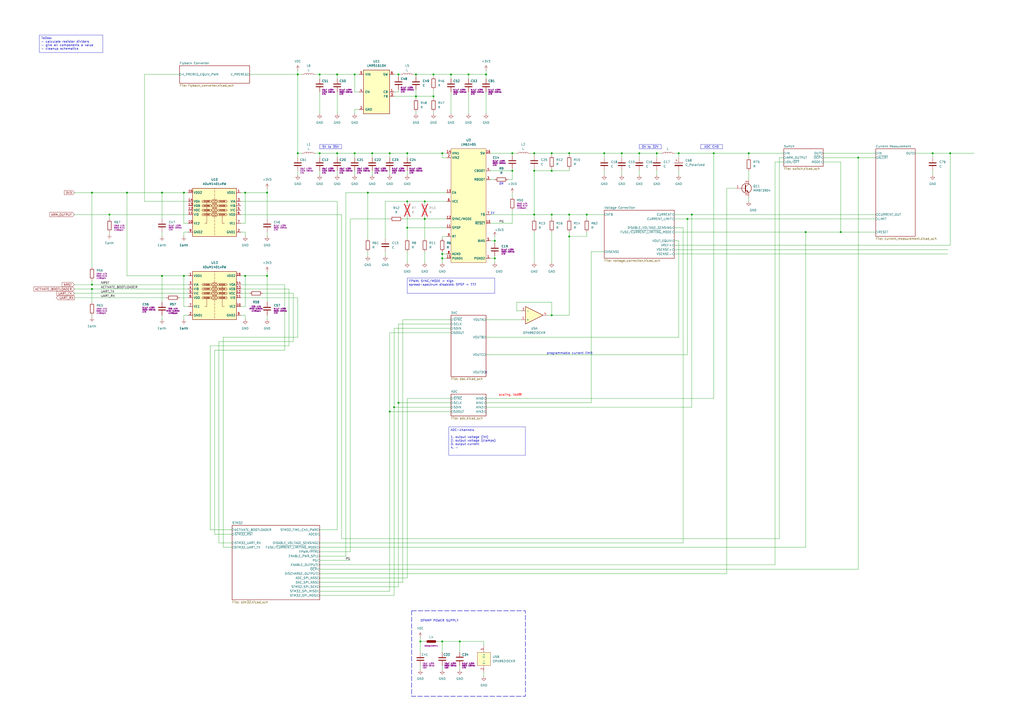
<source format=kicad_sch>
(kicad_sch (version 20250114) (generator "eeschema") (generator_version "9.0")
  (paper "A2")
  (rectangle (start 238.76 354.33) (end 304.8 403.86) (stroke (width 0.254) (type dash)))
  (text "1V" (at 284.48 124.46 0) (effects (font (size 1.27 1.27)) (justify left bottom)))
  (text "programmable current limit" (at 330.454 204.978 0) (effects (font (size 1.27 1.27))))
  (text "scaling, tbd!!!" (at 295.91 229.108 0) (effects (font (size 1.27 1.27))))
  (text "OPAMP POWER SUPPLY" (at 243.84 359.41 0) (effects (font (size 1.27 1.27)) (justify left top)))
  (text "0R" (at 290.83 106.68 0) (effects (font (size 1.27 1.27))))
  (text_box "5V to 35V" (at 185.42 83.82 0) (size 12.7 2.54) (margins 0.9525 0.9525 0.9525 0.9525) (effects (font (size 1.27 1.27))))
  (text_box "ADC-channels\n\n1. output voltage (int)\n2. output voltage (clamps)\n3. output current\n4. -\n" (at 260.35 247.65 0) (size 44.45 16.51) (margins 0.9525 0.9525 0.9525 0.9525) (effects (font (size 1.27 1.27)) (justify left top)))
  (text_box "0V to 32V" (at 370.84 83.82 0) (size 12.7 2.54) (margins 0.9525 0.9525 0.9525 0.9525) (effects (font (size 1.27 1.27))))
  (text_box "ToDos:\n- calculate resistor dividers\n- give all components a value\n- cleanup schematics" (at 22.86 20.32 0) (size 36.83 10.16) (margins 0.9525 0.9525 0.9525 0.9525) (effects (font (size 1.27 1.27)) (justify left top)))
  (text_box "ADC CH0" (at 406.4 83.82 0) (size 12.7 2.54) (margins 0.9525 0.9525 0.9525 0.9525) (effects (font (size 1.27 1.27))))
  (text_box "FPWM: SYNC/MODE = high\nspread-spectrum disabled: SPSP = ???" (at 236.22 161.29 0) (size 50.8 8.89) (margins 0.9525 0.9525 0.9525 0.9525) (effects (font (size 1.27 1.27)) (justify left top)))
  (junction (at 309.88 99.06))
  (junction (at 154.94 111.76))
  (junction (at 309.88 88.9))
  (junction (at 256.54 88.9))
  (junction (at 370.84 88.9))
  (junction (at 236.22 88.9))
  (junction (at 228.6 236.22))
  (junction (at 106.68 160.02))
  (junction (at 154.94 160.02))
  (junction (at 330.2 88.9))
  (junction (at 551.18 88.9))
  (junction (at 53.34 111.76))
  (junction (at 226.06 88.9))
  (junction (at 142.24 111.76))
  (junction (at 185.42 88.9))
  (junction (at 309.88 124.46))
  (junction (at 251.46 43.18))
  (junction (at 226.06 238.76))
  (junction (at 172.72 88.9))
  (junction (at 205.74 43.18))
  (junction (at 381 88.9))
  (junction (at 93.98 160.02))
  (junction (at 243.84 372.11))
  (junction (at 287.02 139.7))
  (junction (at 266.7 372.11))
  (junction (at 487.68 134.62))
  (junction (at 73.66 111.76))
  (junction (at 261.62 43.18))
  (junction (at 320.04 88.9))
  (junction (at 497.84 91.44))
  (junction (at 467.36 134.62))
  (junction (at 398.78 127))
  (junction (at 434.34 88.9))
  (junction (at 53.34 167.64))
  (junction (at 256.54 147.32))
  (junction (at 195.58 43.18))
  (junction (at 236.22 132.08))
  (junction (at 195.58 88.9))
  (junction (at 236.22 116.84))
  (junction (at 360.68 88.9))
  (junction (at 172.72 43.18))
  (junction (at 213.36 111.76))
  (junction (at 320.04 124.46))
  (junction (at 246.38 127))
  (junction (at 401.32 124.46))
  (junction (at 320.04 99.06))
  (junction (at 205.74 88.9))
  (junction (at 241.3 43.18))
  (junction (at 297.18 99.06))
  (junction (at 287.02 149.86))
  (junction (at 414.02 88.9))
  (junction (at 330.2 124.46))
  (junction (at 256.54 372.11))
  (junction (at 393.7 88.9))
  (junction (at 271.78 43.18))
  (junction (at 53.34 165.1))
  (junction (at 281.94 43.18))
  (junction (at 231.14 233.68))
  (junction (at 241.3 55.88))
  (junction (at 63.5 124.46))
  (junction (at 320.04 182.88))
  (junction (at 246.38 116.84))
  (junction (at 93.98 111.76))
  (junction (at 297.18 88.9))
  (junction (at 350.52 88.9))
  (junction (at 251.46 55.88))
  (junction (at 541.02 88.9))
  (junction (at 185.42 43.18))
  (junction (at 142.24 160.02))
  (junction (at 106.68 111.76))
  (junction (at 330.2 137.16))
  (junction (at 215.9 88.9))
  (junction (at 231.14 43.18))
  (junction (at 340.36 124.46))
  (junction (at 256.54 149.86))
  (no_connect (at 281.94 215.9))
  (wire (pts (xy 309.88 134.62) (xy 309.88 152.4)))
  (wire (pts (xy 228.6 55.88) (xy 241.3 55.88)))
  (wire (pts (xy 530.86 88.9) (xy 541.02 88.9)))
  (wire (pts (xy 280.67 389.89) (xy 280.67 392.43)))
  (wire (pts (xy 381 88.9) (xy 381 91.44)))
  (wire (pts (xy 139.7 160.02) (xy 142.24 160.02)))
  (wire (pts (xy 414.02 231.14) (xy 414.02 88.9)))
  (wire (pts (xy 370.84 88.9) (xy 381 88.9)))
  (wire (pts (xy 287.02 148.59) (xy 287.02 149.86)))
  (wire (pts (xy 401.32 124.46) (xy 401.32 236.22)))
  (wire (pts (xy 172.72 40.64) (xy 172.72 43.18)))
  (wire (pts (xy 342.9 146.05) (xy 342.9 233.68)))
  (wire (pts (xy 106.68 111.76) (xy 109.22 111.76)))
  (wire (pts (xy 241.3 55.88) (xy 241.3 52.07)))
  (wire (pts (xy 154.94 182.88) (xy 154.94 185.42)))
  (wire (pts (xy 121.92 200.66) (xy 121.92 307.34)))
  (wire (pts (xy 256.54 386.08) (xy 256.54 388.62)))
  (wire (pts (xy 391.16 147.32) (xy 549.91 147.32)))
  (wire (pts (xy 185.42 43.18) (xy 195.58 43.18)))
  (wire (pts (xy 259.08 91.44) (xy 256.54 91.44)))
  (wire (pts (xy 185.42 314.96) (xy 396.24 314.96)))
  (wire (pts (xy 266.7 372.11) (xy 280.67 372.11)))
  (wire (pts (xy 215.9 88.9) (xy 215.9 91.44)))
  (wire (pts (xy 109.22 177.8) (xy 106.68 177.8)))
  (wire (pts (xy 477.52 88.9) (xy 508 88.9)))
  (wire (pts (xy 294.64 104.14) (xy 297.18 104.14)))
  (wire (pts (xy 320.04 97.79) (xy 320.04 99.06)))
  (wire (pts (xy 43.18 124.46) (xy 63.5 124.46)))
  (wire (pts (xy 434.34 88.9) (xy 434.34 91.44)))
  (wire (pts (xy 320.04 134.62) (xy 320.04 152.4)))
  (wire (pts (xy 213.36 146.05) (xy 213.36 148.59)))
  (wire (pts (xy 240.03 43.18) (xy 241.3 43.18)))
  (wire (pts (xy 93.98 160.02) (xy 106.68 160.02)))
  (wire (pts (xy 121.92 307.34) (xy 134.62 307.34)))
  (wire (pts (xy 167.64 167.64) (xy 167.64 200.66)))
  (wire (pts (xy 350.52 88.9) (xy 360.68 88.9)))
  (wire (pts (xy 185.42 88.9) (xy 195.58 88.9)))
  (wire (pts (xy 236.22 146.05) (xy 236.22 152.4)))
  (wire (pts (xy 360.68 88.9) (xy 370.84 88.9)))
  (wire (pts (xy 261.62 53.34) (xy 261.62 66.04)))
  (wire (pts (xy 175.26 43.18) (xy 172.72 43.18)))
  (wire (pts (xy 185.42 332.74) (xy 421.64 332.74)))
  (wire (pts (xy 393.7 88.9) (xy 414.02 88.9)))
  (wire (pts (xy 271.78 45.72) (xy 271.78 43.18)))
  (wire (pts (xy 256.54 147.32) (xy 256.54 149.86)))
  (wire (pts (xy 284.48 99.06) (xy 297.18 99.06)))
  (wire (pts (xy 246.38 127) (xy 259.08 127)))
  (wire (pts (xy 43.18 111.76) (xy 53.34 111.76)))
  (wire (pts (xy 185.42 53.34) (xy 185.42 66.04)))
  (wire (pts (xy 320.04 88.9) (xy 320.04 90.17)))
  (wire (pts (xy 53.34 154.94) (xy 53.34 111.76)))
  (wire (pts (xy 261.62 190.5) (xy 228.6 190.5)))
  (wire (pts (xy 195.58 45.72) (xy 195.58 43.18)))
  (wire (pts (xy 307.34 88.9) (xy 309.88 88.9)))
  (wire (pts (xy 299.72 180.34) (xy 299.72 175.26)))
  (wire (pts (xy 381 88.9) (xy 383.54 88.9)))
  (wire (pts (xy 109.22 182.88) (xy 106.68 182.88)))
  (wire (pts (xy 205.74 53.34) (xy 205.74 43.18)))
  (wire (pts (xy 551.18 88.9) (xy 565.15 88.9)))
  (wire (pts (xy 185.42 88.9) (xy 185.42 91.44)))
  (wire (pts (xy 320.04 182.88) (xy 330.2 182.88)))
  (wire (pts (xy 106.68 160.02) (xy 106.68 177.8)))
  (wire (pts (xy 330.2 88.9) (xy 320.04 88.9)))
  (wire (pts (xy 83.82 116.84) (xy 83.82 43.18)))
  (wire (pts (xy 142.24 129.54) (xy 142.24 111.76)))
  (wire (pts (xy 109.22 134.62) (xy 106.68 134.62)))
  (wire (pts (xy 198.12 124.46) (xy 198.12 312.42)))
  (wire (pts (xy 281.94 45.72) (xy 281.94 43.18)))
  (wire (pts (xy 246.38 372.11) (xy 243.84 372.11)))
  (wire (pts (xy 185.42 342.9) (xy 226.06 342.9)))
  (wire (pts (xy 200.66 111.76) (xy 200.66 322.58)))
  (wire (pts (xy 93.98 160.02) (xy 73.66 160.02)))
  (wire (pts (xy 185.42 317.5) (xy 467.36 317.5)))
  (wire (pts (xy 83.82 116.84) (xy 109.22 116.84)))
  (wire (pts (xy 236.22 88.9) (xy 236.22 91.44)))
  (wire (pts (xy 330.2 97.79) (xy 330.2 99.06)))
  (wire (pts (xy 287.02 137.16) (xy 287.02 139.7)))
  (wire (pts (xy 259.08 132.08) (xy 236.22 132.08)))
  (wire (pts (xy 134.62 314.96) (xy 127 314.96)))
  (wire (pts (xy 200.66 111.76) (xy 213.36 111.76)))
  (wire (pts (xy 226.06 238.76) (xy 226.06 342.9)))
  (wire (pts (xy 198.12 312.42) (xy 452.12 312.42)))
  (wire (pts (xy 340.36 124.46) (xy 350.52 124.46)))
  (wire (pts (xy 182.88 43.18) (xy 185.42 43.18)))
  (wire (pts (xy 251.46 64.77) (xy 251.46 66.04)))
  (wire (pts (xy 233.68 337.82) (xy 185.42 337.82)))
  (wire (pts (xy 53.34 165.1) (xy 53.34 162.56)))
  (wire (pts (xy 497.84 91.44) (xy 497.84 330.2)))
  (wire (pts (xy 228.6 43.18) (xy 231.14 43.18)))
  (wire (pts (xy 287.02 139.7) (xy 287.02 140.97)))
  (wire (pts (xy 256.54 137.16) (xy 256.54 138.43)))
  (wire (pts (xy 261.62 236.22) (xy 228.6 236.22)))
  (wire (pts (xy 551.18 142.24) (xy 551.18 88.9)))
  (wire (pts (xy 228.6 190.5) (xy 228.6 236.22)))
  (wire (pts (xy 284.48 104.14) (xy 287.02 104.14)))
  (wire (pts (xy 63.5 124.46) (xy 109.22 124.46)))
  (wire (pts (xy 246.38 127) (xy 246.38 138.43)))
  (wire (pts (xy 320.04 124.46) (xy 309.88 124.46)))
  (wire (pts (xy 421.64 109.22) (xy 426.72 109.22)))
  (wire (pts (xy 154.94 134.62) (xy 154.94 137.16)))
  (wire (pts (xy 246.38 116.84) (xy 246.38 118.11)))
  (wire (pts (xy 208.28 53.34) (xy 205.74 53.34)))
  (wire (pts (xy 391.16 144.78) (xy 549.91 144.78)))
  (wire (pts (xy 297.18 111.76) (xy 297.18 114.3)))
  (wire (pts (xy 226.06 88.9) (xy 236.22 88.9)))
  (wire (pts (xy 243.84 372.11) (xy 243.84 378.46)))
  (wire (pts (xy 93.98 111.76) (xy 106.68 111.76)))
  (wire (pts (xy 284.48 88.9) (xy 297.18 88.9)))
  (wire (pts (xy 185.42 99.06) (xy 185.42 101.6)))
  (wire (pts (xy 256.54 152.4) (xy 256.54 149.86)))
  (wire (pts (xy 254 372.11) (xy 256.54 372.11)))
  (wire (pts (xy 261.62 187.96) (xy 231.14 187.96)))
  (wire (pts (xy 106.68 134.62) (xy 106.68 137.16)))
  (wire (pts (xy 284.48 139.7) (xy 287.02 139.7)))
  (wire (pts (xy 83.82 43.18) (xy 104.14 43.18)))
  (wire (pts (xy 208.28 63.5) (xy 205.74 63.5)))
  (wire (pts (xy 205.74 88.9) (xy 205.74 91.44)))
  (wire (pts (xy 195.58 307.34) (xy 195.58 116.84)))
  (wire (pts (xy 236.22 88.9) (xy 256.54 88.9)))
  (wire (pts (xy 53.34 167.64) (xy 109.22 167.64)))
  (wire (pts (xy 139.7 134.62) (xy 142.24 134.62)))
  (wire (pts (xy 330.2 99.06) (xy 320.04 99.06)))
  (wire (pts (xy 398.78 127) (xy 398.78 205.74)))
  (wire (pts (xy 195.58 43.18) (xy 205.74 43.18)))
  (wire (pts (xy 172.72 43.18) (xy 172.72 88.9)))
  (wire (pts (xy 172.72 88.9) (xy 175.26 88.9)))
  (wire (pts (xy 231.14 43.18) (xy 232.41 43.18)))
  (wire (pts (xy 271.78 53.34) (xy 271.78 66.04)))
  (wire (pts (xy 467.36 134.62) (xy 487.68 134.62)))
  (wire (pts (xy 391.16 132.08) (xy 396.24 132.08)))
  (wire (pts (xy 106.68 129.54) (xy 106.68 111.76)))
  (wire (pts (xy 231.14 233.68) (xy 231.14 340.36)))
  (wire (pts (xy 139.7 177.8) (xy 142.24 177.8)))
  (wire (pts (xy 246.38 146.05) (xy 246.38 152.4)))
  (wire (pts (xy 261.62 193.04) (xy 226.06 193.04)))
  (wire (pts (xy 398.78 127) (xy 508 127)))
  (wire (pts (xy 251.46 52.07) (xy 251.46 55.88)))
  (wire (pts (xy 142.24 182.88) (xy 142.24 185.42)))
  (wire (pts (xy 243.84 369.57) (xy 243.84 372.11)))
  (wire (pts (xy 256.54 88.9) (xy 259.08 88.9)))
  (wire (pts (xy 541.02 99.06) (xy 541.02 101.6)))
  (wire (pts (xy 309.88 97.79) (xy 309.88 99.06)))
  (wire (pts (xy 213.36 111.76) (xy 213.36 138.43)))
  (wire (pts (xy 228.6 236.22) (xy 228.6 345.44)))
  (wire (pts (xy 251.46 55.88) (xy 251.46 57.15)))
  (wire (pts (xy 256.54 88.9) (xy 256.54 91.44)))
  (wire (pts (xy 330.2 127) (xy 330.2 124.46)))
  (wire (pts (xy 233.68 337.82) (xy 233.68 185.42)))
  (wire (pts (xy 43.18 165.1) (xy 53.34 165.1)))
  (wire (pts (xy 477.52 93.98) (xy 487.68 93.98)))
  (wire (pts (xy 381 99.06) (xy 381 101.6)))
  (wire (pts (xy 309.88 88.9) (xy 309.88 90.17)))
  (wire (pts (xy 330.2 137.16) (xy 330.2 182.88)))
  (wire (pts (xy 330.2 88.9) (xy 330.2 90.17)))
  (wire (pts (xy 165.1 203.2) (xy 124.46 203.2)))
  (wire (pts (xy 401.32 124.46) (xy 508 124.46)))
  (wire (pts (xy 297.18 121.92) (xy 297.18 129.54)))
  (wire (pts (xy 185.42 45.72) (xy 185.42 43.18)))
  (wire (pts (xy 317.5 182.88) (xy 320.04 182.88)))
  (wire (pts (xy 281.94 43.18) (xy 271.78 43.18)))
  (wire (pts (xy 449.58 93.98) (xy 449.58 327.66)))
  (wire (pts (xy 391.16 88.9) (xy 393.7 88.9)))
  (wire (pts (xy 53.34 111.76) (xy 73.66 111.76)))
  (wire (pts (xy 330.2 134.62) (xy 330.2 137.16)))
  (wire (pts (xy 320.04 99.06) (xy 309.88 99.06)))
  (wire (pts (xy 172.72 99.06) (xy 172.72 101.6)))
  (wire (pts (xy 284.48 129.54) (xy 297.18 129.54)))
  (wire (pts (xy 320.04 175.26) (xy 320.04 182.88)))
  (wire (pts (xy 185.42 325.12) (xy 203.2 325.12)))
  (wire (pts (xy 391.16 134.62) (xy 467.36 134.62)))
  (wire (pts (xy 124.46 203.2) (xy 124.46 309.88)))
  (wire (pts (xy 487.68 93.98) (xy 487.68 134.62)))
  (wire (pts (xy 284.48 149.86) (xy 287.02 149.86)))
  (wire (pts (xy 241.3 64.77) (xy 241.3 66.04)))
  (wire (pts (xy 251.46 43.18) (xy 241.3 43.18)))
  (wire (pts (xy 185.42 345.44) (xy 228.6 345.44)))
  (wire (pts (xy 43.18 170.18) (xy 109.22 170.18)))
  (wire (pts (xy 139.7 129.54) (xy 142.24 129.54)))
  (wire (pts (xy 391.16 124.46) (xy 401.32 124.46)))
  (wire (pts (xy 243.84 386.08) (xy 243.84 388.62)))
  (wire (pts (xy 241.3 43.18) (xy 241.3 44.45)))
  (wire (pts (xy 172.72 172.72) (xy 172.72 195.58)))
  (wire (pts (xy 266.7 372.11) (xy 266.7 378.46)))
  (wire (pts (xy 223.52 116.84) (xy 236.22 116.84)))
  (wire (pts (xy 63.5 134.62) (xy 63.5 135.89)))
  (wire (pts (xy 63.5 127) (xy 63.5 124.46)))
  (wire (pts (xy 309.88 124.46) (xy 309.88 127)))
  (wire (pts (xy 330.2 124.46) (xy 340.36 124.46)))
  (wire (pts (xy 256.54 149.86) (xy 259.08 149.86)))
  (wire (pts (xy 139.7 182.88) (xy 142.24 182.88)))
  (wire (pts (xy 205.74 43.18) (xy 208.28 43.18)))
  (wire (pts (xy 106.68 160.02) (xy 109.22 160.02)))
  (wire (pts (xy 284.48 124.46) (xy 309.88 124.46)))
  (wire (pts (xy 281.94 236.22) (xy 401.32 236.22)))
  (wire (pts (xy 139.7 116.84) (xy 195.58 116.84)))
  (wire (pts (xy 144.78 43.18) (xy 172.72 43.18)))
  (wire (pts (xy 93.98 134.62) (xy 93.98 137.16)))
  (wire (pts (xy 231.14 233.68) (xy 261.62 233.68)))
  (wire (pts (xy 154.94 109.22) (xy 154.94 111.76)))
  (wire (pts (xy 302.26 180.34) (xy 299.72 180.34)))
  (wire (pts (xy 393.7 139.7) (xy 391.16 139.7)))
  (wire (pts (xy 127 314.96) (xy 127 198.12)))
  (wire (pts (xy 241.3 55.88) (xy 241.3 57.15)))
  (wire (pts (xy 281.94 205.74) (xy 398.78 205.74)))
  (wire (pts (xy 93.98 182.88) (xy 93.98 185.42)))
  (wire (pts (xy 200.66 322.58) (xy 185.42 322.58)))
  (wire (pts (xy 139.7 111.76) (xy 142.24 111.76)))
  (wire (pts (xy 185.42 330.2) (xy 497.84 330.2)))
  (wire (pts (xy 226.06 88.9) (xy 226.06 91.44)))
  (wire (pts (xy 340.36 124.46) (xy 340.36 127)))
  (wire (pts (xy 124.46 309.88) (xy 134.62 309.88)))
  (wire (pts (xy 261.62 238.76) (xy 226.06 238.76)))
  (wire (pts (xy 231.14 187.96) (xy 231.14 233.68)))
  (wire (pts (xy 154.94 127) (xy 154.94 111.76)))
  (wire (pts (xy 139.7 170.18) (xy 144.78 170.18)))
  (wire (pts (xy 350.52 88.9) (xy 350.52 91.44)))
  (wire (pts (xy 241.3 55.88) (xy 251.46 55.88)))
  (wire (pts (xy 467.36 134.62) (xy 467.36 317.5)))
  (wire (pts (xy 421.64 109.22) (xy 421.64 332.74)))
  (wire (pts (xy 414.02 88.9) (xy 434.34 88.9)))
  (wire (pts (xy 391.16 127) (xy 398.78 127)))
  (wire (pts (xy 165.1 165.1) (xy 139.7 165.1)))
  (wire (pts (xy 154.94 175.26) (xy 154.94 160.02)))
  (wire (pts (xy 256.54 372.11) (xy 266.7 372.11)))
  (wire (pts (xy 297.18 88.9) (xy 297.18 90.17)))
  (wire (pts (xy 281.94 185.42) (xy 302.26 185.42)))
  (wire (pts (xy 541.02 88.9) (xy 551.18 88.9)))
  (wire (pts (xy 215.9 99.06) (xy 215.9 101.6)))
  (wire (pts (xy 434.34 114.3) (xy 434.34 116.84)))
  (wire (pts (xy 170.18 170.18) (xy 152.4 170.18)))
  (wire (pts (xy 297.18 99.06) (xy 297.18 97.79)))
  (wire (pts (xy 261.62 43.18) (xy 261.62 45.72)))
  (wire (pts (xy 236.22 132.08) (xy 236.22 138.43)))
  (wire (pts (xy 477.52 91.44) (xy 497.84 91.44)))
  (wire (pts (xy 259.08 147.32) (xy 256.54 147.32)))
  (wire (pts (xy 129.54 195.58) (xy 129.54 317.5)))
  (wire (pts (xy 280.67 372.11) (xy 280.67 374.65)))
  (wire (pts (xy 129.54 317.5) (xy 134.62 317.5)))
  (wire (pts (xy 246.38 116.84) (xy 259.08 116.84)))
  (wire (pts (xy 228.6 53.34) (xy 231.14 53.34)))
  (wire (pts (xy 43.18 172.72) (xy 96.52 172.72)))
  (wire (pts (xy 370.84 99.06) (xy 370.84 101.6)))
  (wire (pts (xy 53.34 165.1) (xy 109.22 165.1)))
  (wire (pts (xy 281.94 40.64) (xy 281.94 43.18)))
  (wire (pts (xy 297.18 88.9) (xy 299.72 88.9)))
  (wire (pts (xy 226.06 193.04) (xy 226.06 238.76)))
  (wire (pts (xy 393.7 195.58) (xy 393.7 139.7)))
  (wire (pts (xy 213.36 111.76) (xy 259.08 111.76)))
  (wire (pts (xy 170.18 170.18) (xy 170.18 198.12)))
  (wire (pts (xy 226.06 127) (xy 203.2 127)))
  (wire (pts (xy 185.42 340.36) (xy 231.14 340.36)))
  (wire (pts (xy 434.34 99.06) (xy 434.34 104.14)))
  (wire (pts (xy 185.42 335.28) (xy 236.22 335.28)))
  (wire (pts (xy 256.54 378.46) (xy 256.54 372.11)))
  (wire (pts (xy 182.88 88.9) (xy 185.42 88.9)))
  (wire (pts (xy 340.36 134.62) (xy 340.36 137.16)))
  (wire (pts (xy 195.58 88.9) (xy 205.74 88.9)))
  (wire (pts (xy 185.42 327.66) (xy 449.58 327.66)))
  (wire (pts (xy 139.7 124.46) (xy 198.12 124.46)))
  (wire (pts (xy 73.66 160.02) (xy 73.66 111.76)))
  (wire (pts (xy 452.12 312.42) (xy 452.12 91.44)))
  (wire (pts (xy 223.52 146.05) (xy 223.52 148.59)))
  (wire (pts (xy 350.52 146.05) (xy 342.9 146.05)))
  (wire (pts (xy 297.18 104.14) (xy 297.18 99.06)))
  (wire (pts (xy 109.22 129.54) (xy 106.68 129.54)))
  (wire (pts (xy 320.04 124.46) (xy 320.04 127)))
  (wire (pts (xy 205.74 99.06) (xy 205.74 101.6)))
  (wire (pts (xy 330.2 124.46) (xy 320.04 124.46)))
  (wire (pts (xy 370.84 88.9) (xy 370.84 91.44)))
  (wire (pts (xy 360.68 99.06) (xy 360.68 101.6)))
  (wire (pts (xy 309.88 99.06) (xy 309.88 124.46)))
  (wire (pts (xy 251.46 44.45) (xy 251.46 43.18)))
  (wire (pts (xy 106.68 182.88) (xy 106.68 185.42)))
  (wire (pts (xy 342.9 233.68) (xy 281.94 233.68)))
  (wire (pts (xy 299.72 175.26) (xy 320.04 175.26)))
  (wire (pts (xy 309.88 88.9) (xy 320.04 88.9)))
  (wire (pts (xy 391.16 142.24) (xy 551.18 142.24)))
  (wire (pts (xy 251.46 43.18) (xy 261.62 43.18)))
  (wire (pts (xy 172.72 88.9) (xy 172.72 91.44)))
  (wire (pts (xy 281.94 195.58) (xy 393.7 195.58)))
  (wire (pts (xy 203.2 320.04) (xy 185.42 320.04)))
  (wire (pts (xy 142.24 134.62) (xy 142.24 137.16)))
  (wire (pts (xy 205.74 88.9) (xy 215.9 88.9)))
  (wire (pts (xy 350.52 88.9) (xy 330.2 88.9)))
  (wire (pts (xy 231.14 53.34) (xy 231.14 52.07)))
  (wire (pts (xy 434.34 88.9) (xy 454.66 88.9)))
  (wire (pts (xy 195.58 88.9) (xy 195.58 91.44)))
  (wire (pts (xy 172.72 195.58) (xy 129.54 195.58)))
  (wire (pts (xy 236.22 132.08) (xy 236.22 125.73)))
  (wire (pts (xy 287.02 149.86) (xy 287.02 152.4)))
  (wire (pts (xy 261.62 43.18) (xy 271.78 43.18)))
  (wire (pts (xy 223.52 116.84) (xy 223.52 138.43)))
  (wire (pts (xy 281.94 231.14) (xy 414.02 231.14)))
  (wire (pts (xy 53.34 182.88) (xy 53.34 184.15)))
  (wire (pts (xy 43.18 167.64) (xy 53.34 167.64)))
  (wire (pts (xy 236.22 116.84) (xy 246.38 116.84)))
  (wire (pts (xy 233.68 185.42) (xy 261.62 185.42)))
  (wire (pts (xy 165.1 165.1) (xy 165.1 203.2)))
  (wire (pts (xy 236.22 116.84) (xy 236.22 118.11)))
  (wire (pts (xy 195.58 99.06) (xy 195.58 101.6)))
  (wire (pts (xy 195.58 53.34) (xy 195.58 66.04)))
  (wire (pts (xy 215.9 88.9) (xy 226.06 88.9)))
  (wire (pts (xy 246.38 127) (xy 246.38 125.73)))
  (wire (pts (xy 360.68 88.9) (xy 360.68 91.44)))
  (wire (pts (xy 541.02 88.9) (xy 541.02 91.44)))
  (wire (pts (xy 73.66 111.76) (xy 93.98 111.76)))
  (wire (pts (xy 93.98 175.26) (xy 93.98 160.02)))
  (wire (pts (xy 154.94 157.48) (xy 154.94 160.02)))
  (wire (pts (xy 205.74 63.5) (xy 205.74 66.04)))
  (wire (pts (xy 497.84 91.44) (xy 508 91.44)))
  (wire (pts (xy 236.22 231.14) (xy 261.62 231.14)))
  (wire (pts (xy 231.14 43.18) (xy 231.14 44.45)))
  (wire (pts (xy 167.64 167.64) (xy 139.7 167.64)))
  (wire (pts (xy 266.7 386.08) (xy 266.7 388.62)))
  (wire (pts (xy 259.08 137.16) (xy 256.54 137.16)))
  (wire (pts (xy 350.52 99.06) (xy 350.52 101.6)))
  (wire (pts (xy 53.34 167.64) (xy 53.34 175.26)))
  (wire (pts (xy 393.7 99.06) (xy 393.7 101.6)))
  (wire (pts (xy 127 198.12) (xy 170.18 198.12)))
  (wire (pts (xy 167.64 200.66) (xy 121.92 200.66)))
  (wire (pts (xy 233.68 127) (xy 246.38 127)))
  (wire (pts (xy 487.68 134.62) (xy 508 134.62)))
  (wire (pts (xy 236.22 231.14) (xy 236.22 335.28)))
  (wire (pts (xy 281.94 53.34) (xy 281.94 66.04)))
  (wire (pts (xy 236.22 99.06) (xy 236.22 101.6)))
  (wire (pts (xy 185.42 307.34) (xy 195.58 307.34)))
  (wire (pts (xy 203.2 127) (xy 203.2 320.04)))
  (wire (pts (xy 452.12 91.44) (xy 454.66 91.44)))
  (wire (pts (xy 330.2 137.16) (xy 340.36 137.16)))
  (wire (pts (xy 449.58 93.98) (xy 454.66 93.98)))
  (wire (pts (xy 139.7 172.72) (xy 172.72 172.72)))
  (wire (pts (xy 142.24 177.8) (xy 142.24 160.02)))
  (wire (pts (xy 142.24 111.76) (xy 154.94 111.76)))
  (wire (pts (xy 93.98 111.76) (xy 93.98 127)))
  (wire (pts (xy 256.54 146.05) (xy 256.54 147.32)))
  (wire (pts (xy 396.24 132.08) (xy 396.24 314.96)))
  (wire (pts (xy 104.14 172.72) (xy 109.22 172.72)))
  (wire (pts (xy 393.7 88.9) (xy 393.7 91.44)))
  (wire (pts (xy 142.24 160.02) (xy 154.94 160.02)))
  (wire (pts (xy 226.06 99.06) (xy 226.06 101.6)))
  (label "ACTIVATE_BOOTLOADER" (at 58.42 167.64 0))
  (label "PG" (at 203.2 325.12 180))
  (label "UART_RX" (at 58.42 172.72 0))
  (label "PG" (at 289.56 129.54 0))
  (label "UART_TX" (at 58.42 170.18 0))
  (label "NRST" (at 58.42 165.1 0))
  (global_label "ACTIVATE_BOOTLOADER" (shape input) (at 43.18 167.64 180) (property "Intersheetrefs" "${INTERSHEET_REFS}" (effects (hide yes))))
  (global_label "UART_TX" (shape input) (at 43.18 170.18 180) (property "Intersheetrefs" "${INTERSHEET_REFS}" (effects (hide yes))))
  (global_label "NRST" (shape input) (at 43.18 165.1 180) (property "Intersheetrefs" "${INTERSHEET_REFS}" (effects (hide yes))))
  (global_label "ARM_OUTPUT" (shape input) (at 43.18 124.46 180) (property "Intersheetrefs" "${INTERSHEET_REFS}" (effects (hide yes))))
  (global_label "UART_RX" (shape output) (at 43.18 172.72 180) (property "Intersheetrefs" "${INTERSHEET_REFS}" (effects (hide yes))))
  (global_label "3V3" (shape input) (at 43.18 111.76 180) (property "Intersheetrefs" "${INTERSHEET_REFS}" (effects (hide yes))))
  (symbol (lib_id "power:+3V3") (at 297.18 111.76 0) (unit 1)
    (property "Reference" "#PWR082" (effects (hide yes)))
    (property "Value" "+3V3" (at 297.18 106.68 0))
    (property "Description" "Power symbol creates a global label with name \"+3V3\"" (effects (hide yes)))
  )
  (symbol (lib_id "power:GND") (at 281.94 66.04 0) (unit 1)
    (property "Reference" "#PWR087" (effects (hide yes)))
    (property "Value" "GND" (at 281.94 71.12 0))
    (property "Description" "Power symbol creates a global label with name \"GND\" , ground" (effects (hide yes)))
  )
  (symbol (lib_id "power:+3V3") (at 154.94 157.48 0) (unit 1)
    (property "Reference" "#PWR097" (effects (hide yes)))
    (property "Value" "+3V3" (at 154.94 152.4 0))
    (property "Description" "Power symbol creates a global label with name \"+3V3\"" (effects (hide yes)))
  )
  (symbol (lib_id "power:GND") (at 215.9 101.6 0) (unit 1)
    (property "Reference" "#PWR027" (effects (hide yes)))
    (property "Value" "GND" (at 215.9 106.68 0))
    (property "Description" "Power symbol creates a global label with name \"GND\" , ground" (effects (hide yes)))
  )
  (symbol (lib_id "ps-ch:10μF 1210 100Vdc X7S ±20%") (at 195.58 95.25 0) (unit 1)
    (property "Reference" "C20" (at 196.85 92.71 0) (effects (justify left)))
    (property "Value" "10μF 1210 100Vdc X7S ±20%" (effects (hide yes)))
    (property "Footprint" "Capacitor_SMD:C_1210_3225Metric" (effects (hide yes)))
    (property "Description" "Capacitor 1210 100Vdc X7S ±20%" (effects (hide yes)))
    (property "Manufacturer" "Murata" (effects (hide yes)))
    (property "Manufacturer Part Number" "GRM188R72A104MA35" (effects (hide yes)))
    (property "DisplayValue0" "10μF ±20%" (at 196.85 97.79 0) (effects (font (size 0.762 0.762)) (justify left)))
    (property "DisplayValue1" "1210 100Vdc" (at 196.85 99.06 0) (effects (font (size 0.762 0.762)) (justify left)))
    (property "DisplayValue2" "X7S" (at 196.85 100.33 0) (effects (font (size 0.762 0.762)) (justify left)))
  )
  (symbol (lib_id "Device:R") (at 251.46 48.26 180) (unit 1)
    (property "Reference" "R46" (at 254 46.9899 0) (effects (justify right)))
    (property "Value" "R" (at 254 49.5299 0) (effects (justify right)))
    (property "Description" "Resistor" (effects (hide yes)))
  )
  (symbol (lib_id "power:GND") (at 320.04 152.4 0) (unit 1)
    (property "Reference" "#PWR040" (effects (hide yes)))
    (property "Value" "GND" (at 320.04 157.48 0))
    (property "Description" "Power symbol creates a global label with name \"GND\" , ground" (effects (hide yes)))
  )
  (symbol (lib_id "ps-ch:74437349015") (at 250.19 372.11 90) (unit 1)
    (property "Reference" "L4" (at 250.19 369.57 90))
    (property "Value" "60Ω@100MHz" (at 250.19 374.65 90) (effects (font (size 0.762 0.762))))
    (property "Footprint" "Inductor_SMD:L_0603_1608Metric" (effects (hide yes)))
    (property "Description" "Multilayer Power Suppression Bead" (effects (hide yes)))
    (property "Manufacturer" "Wuerth Elektronik" (effects (hide yes)))
    (property "Manufacturer Part Number" "74279228600" (effects (hide yes)))
  )
  (symbol (lib_id "Device:R") (at 246.38 121.92 180) (unit 1) (dnp yes)
    (property "Reference" "R10" (at 248.92 120.6499 0) (effects (justify right)))
    (property "Value" "R" (at 248.92 123.1899 0) (effects (justify right)))
    (property "Description" "Resistor" (effects (hide yes)))
  )
  (symbol (lib_id "power:GND") (at 350.52 101.6 0) (unit 1)
    (property "Reference" "#PWR021" (effects (hide yes)))
    (property "Value" "GND" (at 350.52 106.68 0))
    (property "Description" "Power symbol creates a global label with name \"GND\" , ground" (effects (hide yes)))
  )
  (symbol (lib_id "Device:C") (at 223.52 142.24 0) (unit 1)
    (property "Reference" "C13" (at 227.33 140.9699 0) (effects (justify left)))
    (property "Value" "C" (at 227.33 143.5099 0) (effects (justify left)))
    (property "Description" "Unpolarized capacitor" (effects (hide yes)))
  )
  (symbol (lib_id "power:GND") (at 236.22 152.4 0) (unit 1)
    (property "Reference" "#PWR020" (effects (hide yes)))
    (property "Value" "GND" (at 236.22 157.48 0))
    (property "Description" "Power symbol creates a global label with name \"GND\" , ground" (effects (hide yes)))
  )
  (symbol (lib_id "power:GND") (at 195.58 66.04 0) (unit 1)
    (property "Reference" "#PWR078" (effects (hide yes)))
    (property "Value" "GND" (at 195.58 71.12 0))
    (property "Description" "Power symbol creates a global label with name \"GND\" , ground" (effects (hide yes)))
  )
  (symbol (lib_id "ps-ch:10kΩ 0603 0.1W ±1% ±100ppm/°C") (at 53.34 179.07 0) (unit 1)
    (property "Reference" "R63" (at 55.88 177.1903 0) (effects (justify left)))
    (property "Value" "10kΩ 0603 0.1W ±1% ±100ppm/°C" (effects (hide yes)))
    (property "Footprint" "Resistor_SMD:R_0603_1608Metric" (effects (hide yes)))
    (property "Description" "R 0603 0.1W ±1% ±100ppm/°C" (effects (hide yes)))
    (property "Manufacturer" "Yageo" (effects (hide yes)))
    (property "Manufacturer Part Number" "AC0603FR-0710KL" (effects (hide yes)))
    (property "DisplayValue0" "10kΩ ±1%" (at 55.88 179.0954 0) (effects (font (size 0.762 0.762)) (justify left)))
    (property "DisplayValue1" "0603 0.1W" (at 55.88 180.3654 0) (effects (font (size 0.762 0.762)) (justify left)))
    (property "DisplayValue2" "±100ppm" (at 55.88 181.6354 0) (effects (font (size 0.762 0.762)) (justify left)))
  )
  (symbol (lib_id "Device:C") (at 309.88 93.98 0) (unit 1)
    (property "Reference" "C25" (at 313.69 92.7099 0) (effects (justify left)))
    (property "Value" "C" (at 313.69 95.2499 0) (effects (justify left)))
    (property "Description" "Unpolarized capacitor" (effects (hide yes)))
  )
  (symbol (lib_id "power:GND") (at 381 101.6 0) (unit 1)
    (property "Reference" "#PWR024" (effects (hide yes)))
    (property "Value" "GND" (at 381 106.68 0))
    (property "Description" "Power symbol creates a global label with name \"GND\" , ground" (effects (hide yes)))
  )
  (symbol (lib_id "Transistor_BJT:MMBT3904") (at 431.8 109.22 0) (unit 1)
    (property "Reference" "Q11" (at 436.88 107.9499 0) (effects (justify left)))
    (property "Value" "MMBT3904" (at 436.88 110.4899 0) (effects (justify left)))
    (property "Footprint" "Package_TO_SOT_SMD:SOT-23" (effects (hide yes)))
    (property "Datasheet" "https://www.onsemi.com/pdf/datasheet/pzt3904-d.pdf" (effects (hide yes)))
    (property "Description" "0.2A Ic, 40V Vce, Small Signal NPN Transistor, SOT-23" (effects (hide yes)))
  )
  (symbol (lib_id "power:+3V3") (at 281.94 40.64 0) (unit 1)
    (property "Reference" "#PWR085" (effects (hide yes)))
    (property "Value" "+3V3" (at 281.94 35.56 0))
    (property "Description" "Power symbol creates a global label with name \"+3V3\"" (effects (hide yes)))
  )
  (symbol (lib_id "power:GND") (at 205.74 101.6 0) (unit 1)
    (property "Reference" "#PWR026" (effects (hide yes)))
    (property "Value" "GND" (at 205.74 106.68 0))
    (property "Description" "Power symbol creates a global label with name \"GND\" , ground" (effects (hide yes)))
  )
  (symbol (lib_id "Device:R") (at 309.88 130.81 180) (unit 1)
    (property "Reference" "R13" (at 312.42 129.5399 0) (effects (justify right)))
    (property "Value" "R" (at 312.42 132.0799 0) (effects (justify right)))
    (property "Description" "Resistor" (effects (hide yes)))
  )
  (symbol (lib_id "power:GND") (at 261.62 66.04 0) (unit 1)
    (property "Reference" "#PWR0145" (effects (hide yes)))
    (property "Value" "GND" (at 261.62 71.12 0))
    (property "Description" "Power symbol creates a global label with name \"GND\" , ground" (effects (hide yes)))
  )
  (symbol (lib_name "0.1μF 0603 100Vdc X7R ±20%_2") (lib_id "ps-ch:0.1μF 0603 100Vdc X7R ±20%") (at 281.94 49.53 0) (unit 1)
    (property "Reference" "C81" (at 283.21 46.99 0) (effects (justify left)))
    (property "Value" "0.1μF 0603 100Vdc X7R ±20%" (effects (hide yes)))
    (property "Footprint" "Capacitor_SMD:C_0603_1608Metric" (effects (hide yes)))
    (property "Description" "Capacitor 0603 100Vdc X7R ±20%" (effects (hide yes)))
    (property "Manufacturer" "Murata" (effects (hide yes)))
    (property "Manufacturer Part Number" "GRM188R72A104MA35" (effects (hide yes)))
    (property "DisplayValue0" "0.1μF ±20%" (at 283.21 52.07 0) (effects (font (size 0.762 0.762)) (justify left)))
    (property "DisplayValue1" "0603 100Vdc" (at 283.21 53.34 0) (effects (font (size 0.762 0.762)) (justify left)))
    (property "DisplayValue2" "X7R" (at 283.21 54.61 0) (effects (font (size 0.762 0.762)) (justify left)))
  )
  (symbol (lib_id "power:GND") (at 434.34 116.84 0) (unit 1)
    (property "Reference" "#PWR0137" (effects (hide yes)))
    (property "Value" "GND" (at 436.88 121.92 0))
    (property "Description" "Power symbol creates a global label with name \"GND\" , ground" (effects (hide yes)))
  )
  (symbol (lib_id "Isolator:ADuM1401xRW") (at 124.46 124.46 0) (mirror y) (unit 1)
    (property "Reference" "U10" (at 124.46 104.14 0))
    (property "Value" "ADuM1401xRW" (at 124.46 106.68 0))
    (property "Footprint" "Package_SO:SOIC-16W_7.5x10.3mm_P1.27mm" (effects (hide yes)))
    (property "Datasheet" "https://www.analog.com/media/en/technical-documentation/data-sheets/ADUM1400_1401_1402.pdf" (effects (hide yes)))
    (property "Description" "Quad Channel Digital Isolator, 10Mbps, SOIC-16" (effects (hide yes)))
  )
  (symbol (lib_id "ps-ch:10μF 0805 50Vdc X5R ±20%") (at 256.54 382.27 0) (unit 1)
    (property "Reference" "C33" (at 259.08 379.73 0))
    (property "Value" "10μF 0805 50Vdc X5R ±20%" (effects (hide yes)))
    (property "Footprint" "Capacitor_SMD:C_0805_2012Metric" (effects (hide yes)))
    (property "Description" "Capacitor 0805 50Vdc X5R ±20%" (effects (hide yes)))
    (property "Manufacturer" "Murata" (effects (hide yes)))
    (property "Manufacturer Part Number" "GRM21BR61H106ME43" (effects (hide yes)))
    (property "DisplayValue0" "10μF ±20%" (at 257.81 384.81 0) (effects (font (size 0.762 0.762)) (justify left)))
    (property "DisplayValue1" "0805 50Vdc" (at 257.81 386.08 0) (effects (font (size 0.762 0.762)) (justify left)))
    (property "DisplayValue2" "X5R" (at 257.81 387.35 0) (effects (font (size 0.762 0.762)) (justify left)))
  )
  (symbol (lib_id "Device:L") (at 303.53 88.9 90) (unit 1)
    (property "Reference" "L2" (at 303.53 83.82 90))
    (property "Value" "L" (at 303.53 86.36 90))
    (property "Description" "Inductor" (effects (hide yes)))
  )
  (symbol (lib_id "power:GND") (at 142.24 137.16 0) (unit 1)
    (property "Reference" "#PWR072" (effects (hide yes)))
    (property "Value" "GND" (at 142.24 142.24 0))
    (property "Description" "Power symbol creates a global label with name \"GND\" , ground" (effects (hide yes)))
  )
  (symbol (lib_id "Device:R") (at 251.46 60.96 180) (unit 1)
    (property "Reference" "R47" (at 254 59.6899 0) (effects (justify right)))
    (property "Value" "R" (at 254 62.2299 0) (effects (justify right)))
    (property "Description" "Resistor" (effects (hide yes)))
  )
  (symbol (lib_id "power:Earth") (at 106.68 185.42 0) (unit 1)
    (property "Reference" "#PWR095" (effects (hide yes)))
    (property "Value" "Earth" (at 106.68 190.5 0))
    (property "Description" "Power symbol creates a global label with name \"Earth\"" (effects (hide yes)))
  )
  (symbol (lib_id "ps-ch:22Ω 0402 0.063W ±1% ±100ppm/°C") (at 100.33 172.72 270) (unit 1)
    (property "Reference" "R57" (at 100.33 176.53 90))
    (property "Value" "22Ω 0402 0.063W ±1% ±100ppm/°C" (effects (hide yes)))
    (property "Footprint" "Resistor_SMD:R_0402_1005Metric" (effects (hide yes)))
    (property "Description" "R 0402 0.063W ±1% ±100ppm/°C" (effects (hide yes)))
    (property "Manufacturer" "Yageo" (effects (hide yes)))
    (property "Manufacturer Part Number" "AC0402FR-0722RL" (effects (hide yes)))
    (property "DisplayValue0" "22Ω ±1%" (at 100.33 179.07 90) (effects (font (size 0.762 0.762))))
    (property "DisplayValue1" "0402 0.063W" (at 100.33 180.34 90) (effects (font (size 0.762 0.762))))
    (property "DisplayValue2" "±100ppm" (at 100.33 181.61 90) (effects (font (size 0.762 0.762))))
  )
  (symbol (lib_id "power:GND") (at 251.46 66.04 0) (unit 1)
    (property "Reference" "#PWR080" (effects (hide yes)))
    (property "Value" "GND" (at 251.46 71.12 0))
    (property "Description" "Power symbol creates a global label with name \"GND\" , ground" (effects (hide yes)))
  )
  (symbol (lib_id "ps-ch:10μF 1210 100Vdc X7S ±20%") (at 172.72 95.25 0) (unit 1)
    (property "Reference" "C61" (at 173.99 92.71 0) (effects (justify left)))
    (property "Value" "10μF 1210 100Vdc X7S ±20%" (effects (hide yes)))
    (property "Footprint" "Capacitor_SMD:C_1210_3225Metric" (effects (hide yes)))
    (property "Description" "Capacitor 1210 100Vdc X7S ±20%" (effects (hide yes)))
    (property "Manufacturer" "Murata" (effects (hide yes)))
    (property "Manufacturer Part Number" "GRM188R72A104MA35" (effects (hide yes)))
    (property "DisplayValue0" "10μF ±20%" (at 173.99 97.79 0) (effects (font (size 0.762 0.762)) (justify left)))
    (property "DisplayValue1" "1210 100Vdc" (at 173.99 99.06 0) (effects (font (size 0.762 0.762)) (justify left)))
    (property "DisplayValue2" "X7S" (at 173.99 100.33 0) (effects (font (size 0.762 0.762)) (justify left)))
  )
  (symbol (lib_id "Device:L") (at 179.07 88.9 90) (unit 1)
    (property "Reference" "L1" (at 179.07 83.82 90))
    (property "Value" "L" (at 179.07 86.36 90))
    (property "Description" "Inductor" (effects (hide yes)))
  )
  (symbol (lib_id "power:GND") (at 205.74 66.04 0) (unit 1)
    (property "Reference" "#PWR077" (effects (hide yes)))
    (property "Value" "GND" (at 205.74 71.12 0))
    (property "Description" "Power symbol creates a global label with name \"GND\" , ground" (effects (hide yes)))
  )
  (symbol (lib_id "power:GND") (at 256.54 152.4 0) (unit 1)
    (property "Reference" "#PWR017" (effects (hide yes)))
    (property "Value" "GND" (at 256.54 157.48 0))
    (property "Description" "Power symbol creates a global label with name \"GND\" , ground" (effects (hide yes)))
  )
  (symbol (lib_id "power:GND") (at 309.88 152.4 0) (unit 1)
    (property "Reference" "#PWR031" (effects (hide yes)))
    (property "Value" "GND" (at 309.88 157.48 0))
    (property "Description" "Power symbol creates a global label with name \"GND\" , ground" (effects (hide yes)))
  )
  (symbol (lib_name "0.1μF 0603 100Vdc X7R ±20%_2") (lib_id "ps-ch:0.1μF 0603 100Vdc X7R ±20%") (at 236.22 95.25 0) (unit 1)
    (property "Reference" "C24" (at 237.49 92.71 0) (effects (justify left)))
    (property "Value" "0.1μF 0603 100Vdc X7R ±20%" (effects (hide yes)))
    (property "Footprint" "Capacitor_SMD:C_0603_1608Metric" (effects (hide yes)))
    (property "Description" "Capacitor 0603 100Vdc X7R ±20%" (effects (hide yes)))
    (property "Manufacturer" "Murata" (effects (hide yes)))
    (property "Manufacturer Part Number" "GRM188R72A104MA35" (effects (hide yes)))
    (property "DisplayValue0" "0.1μF ±20%" (at 237.49 97.79 0) (effects (font (size 0.762 0.762)) (justify left)))
    (property "DisplayValue1" "0603 100Vdc" (at 237.49 99.06 0) (effects (font (size 0.762 0.762)) (justify left)))
    (property "DisplayValue2" "X7R" (at 237.49 100.33 0) (effects (font (size 0.762 0.762)) (justify left)))
  )
  (symbol (lib_id "Device:L") (at 179.07 43.18 90) (unit 1)
    (property "Reference" "L6" (at 179.07 38.1 90))
    (property "Value" "L" (at 179.07 40.64 90))
    (property "Description" "Inductor" (effects (hide yes)))
  )
  (symbol (lib_name "0.1μF 0603 100Vdc X7R ±20%_7") (lib_id "ps-ch:0.1μF 0603 100Vdc X7R ±20%") (at 297.18 93.98 0) (unit 1)
    (property "Reference" "C14" (at 285.75 91.44 0) (effects (justify left)))
    (property "Value" "0.1μF 0603 100Vdc X7R ±20%" (effects (hide yes)))
    (property "Footprint" "Capacitor_SMD:C_0603_1608Metric" (effects (hide yes)))
    (property "Description" "Capacitor 0603 100Vdc X7R ±20%" (effects (hide yes)))
    (property "Manufacturer" "Murata" (effects (hide yes)))
    (property "Manufacturer Part Number" "GRM188R72A104MA35" (effects (hide yes)))
    (property "DisplayValue0" "0.1μF ±20%" (at 285.75 93.3451 0) (effects (font (size 0.762 0.762)) (justify left)))
    (property "DisplayValue1" "0603 100Vdc" (at 285.75 94.6151 0) (effects (font (size 0.762 0.762)) (justify left)))
    (property "DisplayValue2" "X7R" (at 285.75 95.8851 0) (effects (font (size 0.762 0.762)) (justify left)))
  )
  (symbol (lib_id "power:GND") (at 185.42 66.04 0) (unit 1)
    (property "Reference" "#PWR079" (effects (hide yes)))
    (property "Value" "GND" (at 185.42 71.12 0))
    (property "Description" "Power symbol creates a global label with name \"GND\" , ground" (effects (hide yes)))
  )
  (symbol (lib_id "power:VDC") (at 172.72 40.64 0) (unit 1)
    (property "Reference" "#PWR063" (effects (hide yes)))
    (property "Value" "VDC" (at 172.72 35.56 0))
    (property "Description" "Power symbol creates a global label with name \"VDC\"" (effects (hide yes)))
  )
  (symbol (lib_name "0.1μF 0603 100Vdc X7R ±20%_1") (lib_id "ps-ch:0.1μF 0603 100Vdc X7R ±20%") (at 93.98 130.81 0) (unit 1)
    (property "Reference" "C47" (at 97.79 128.9049 0) (effects (justify left)))
    (property "Value" "0.1μF 0603 100Vdc X7R ±20%" (effects (hide yes)))
    (property "Footprint" "Capacitor_SMD:C_0603_1608Metric" (effects (hide yes)))
    (property "Description" "Capacitor 0603 100Vdc X7R ±20%" (effects (hide yes)))
    (property "Manufacturer" "Murata" (effects (hide yes)))
    (property "Manufacturer Part Number" "GRM188R72A104MA35" (effects (hide yes)))
    (property "DisplayValue0" "0.1μF ±20%" (at 97.79 130.81 0) (effects (font (size 0.762 0.762)) (justify left)))
    (property "DisplayValue1" "0603 100Vdc" (at 97.79 132.08 0) (effects (font (size 0.762 0.762)) (justify left)))
    (property "DisplayValue2" "X7R" (at 97.79 133.35 0) (effects (font (size 0.762 0.762)) (justify left)))
  )
  (symbol (lib_id "power:Earth") (at 106.68 137.16 0) (unit 1)
    (property "Reference" "#PWR073" (effects (hide yes)))
    (property "Value" "Earth" (at 106.68 142.24 0))
    (property "Description" "Power symbol creates a global label with name \"Earth\"" (effects (hide yes)))
  )
  (symbol (lib_id "Device:C_Polarized") (at 393.7 95.25 0) (unit 1)
    (property "Reference" "C68" (at 397.51 93.0909 0) (effects (justify left)))
    (property "Value" "C_Polarized" (at 397.51 95.6309 0) (effects (justify left)))
    (property "Description" "Polarized capacitor" (effects (hide yes)))
  )
  (symbol (lib_id "Device:C") (at 541.02 95.25 0) (unit 1)
    (property "Reference" "C76" (at 544.83 93.9799 0) (effects (justify left)))
    (property "Value" "C" (at 544.83 96.5199 0) (effects (justify left)))
    (property "Description" "Unpolarized capacitor" (effects (hide yes)))
  )
  (symbol (lib_name "0.1μF 0603 100Vdc X7R ±20%_2") (lib_id "ps-ch:0.1μF 0603 100Vdc X7R ±20%") (at 195.58 49.53 0) (unit 1)
    (property "Reference" "C50" (at 196.85 46.99 0) (effects (justify left)))
    (property "Value" "0.1μF 0603 100Vdc X7R ±20%" (effects (hide yes)))
    (property "Footprint" "Capacitor_SMD:C_0603_1608Metric" (effects (hide yes)))
    (property "Description" "Capacitor 0603 100Vdc X7R ±20%" (effects (hide yes)))
    (property "Manufacturer" "Murata" (effects (hide yes)))
    (property "Manufacturer Part Number" "GRM188R72A104MA35" (effects (hide yes)))
    (property "DisplayValue0" "0.1μF ±20%" (at 196.85 52.07 0) (effects (font (size 0.762 0.762)) (justify left)))
    (property "DisplayValue1" "0603 100Vdc" (at 196.85 53.34 0) (effects (font (size 0.762 0.762)) (justify left)))
    (property "DisplayValue2" "X7R" (at 196.85 54.61 0) (effects (font (size 0.762 0.762)) (justify left)))
  )
  (symbol (lib_id "ps-ch:LMR51610X") (at 218.44 53.34 0) (unit 1)
    (property "Reference" "U11" (at 218.44 35.56 0))
    (property "Value" "LMR51610X" (at 218.44 38.1 0))
    (property "Footprint" "Package_TO_SOT_SMD:SOT-23-6" (effects (hide yes)))
  )
  (symbol (lib_id "Isolator:ADuM1401xRW") (at 124.46 172.72 0) (unit 1)
    (property "Reference" "U13" (at 124.46 152.4 0))
    (property "Value" "ADuM1401xRW" (at 124.46 154.94 0))
    (property "Footprint" "Package_SO:SOIC-16W_7.5x10.3mm_P1.27mm" (effects (hide yes)))
    (property "Datasheet" "https://www.analog.com/media/en/technical-documentation/data-sheets/ADUM1400_1401_1402.pdf" (effects (hide yes)))
    (property "Description" "Quad Channel Digital Isolator, 10Mbps, SOIC-16" (effects (hide yes)))
  )
  (symbol (lib_id "power:Earth") (at 53.34 184.15 0) (unit 1)
    (property "Reference" "#PWR0107" (effects (hide yes)))
    (property "Value" "Earth" (at 53.34 189.23 0))
    (property "Description" "Power symbol creates a global label with name \"Earth\"" (effects (hide yes)))
  )
  (symbol (lib_id "Device:R") (at 236.22 142.24 180) (unit 1)
    (property "Reference" "R8" (at 238.76 140.9699 0) (effects (justify right)))
    (property "Value" "R" (at 238.76 143.5099 0) (effects (justify right)))
    (property "Description" "Resistor" (effects (hide yes)))
  )
  (symbol (lib_name "0.1μF 0603 100Vdc X7R ±20%_2") (lib_id "ps-ch:0.1μF 0603 100Vdc X7R ±20%") (at 271.78 49.53 0) (unit 1)
    (property "Reference" "C53" (at 273.05 46.99 0) (effects (justify left)))
    (property "Value" "0.1μF 0603 100Vdc X7R ±20%" (effects (hide yes)))
    (property "Footprint" "Capacitor_SMD:C_0603_1608Metric" (effects (hide yes)))
    (property "Description" "Capacitor 0603 100Vdc X7R ±20%" (effects (hide yes)))
    (property "Manufacturer" "Murata" (effects (hide yes)))
    (property "Manufacturer Part Number" "GRM188R72A104MA35" (effects (hide yes)))
    (property "DisplayValue0" "0.1μF ±20%" (at 273.05 52.07 0) (effects (font (size 0.762 0.762)) (justify left)))
    (property "DisplayValue1" "0603 100Vdc" (at 273.05 53.34 0) (effects (font (size 0.762 0.762)) (justify left)))
    (property "DisplayValue2" "X7R" (at 273.05 54.61 0) (effects (font (size 0.762 0.762)) (justify left)))
  )
  (symbol (lib_id "power:GND") (at 185.42 101.6 0) (unit 1)
    (property "Reference" "#PWR016" (effects (hide yes)))
    (property "Value" "GND" (at 185.42 106.68 0))
    (property "Description" "Power symbol creates a global label with name \"GND\" , ground" (effects (hide yes)))
  )
  (symbol (lib_name "0.1μF 0603 100Vdc X7R ±20%_4") (lib_id "ps-ch:0.1μF 0603 100Vdc X7R ±20%") (at 287.02 144.78 0) (unit 1)
    (property "Reference" "C19" (at 290.83 142.8749 0) (effects (justify left)))
    (property "Value" "0.1μF 0603 100Vdc X7R ±20%" (effects (hide yes)))
    (property "Footprint" "Capacitor_SMD:C_0603_1608Metric" (effects (hide yes)))
    (property "Description" "Capacitor 0603 100Vdc X7R ±20%" (effects (hide yes)))
    (property "Manufacturer" "Murata" (effects (hide yes)))
    (property "Manufacturer Part Number" "GRM188R72A104MA35" (effects (hide yes)))
    (property "DisplayValue0" "0.1μF ±20%" (at 290.83 144.78 0) (effects (font (size 0.762 0.762)) (justify left)))
    (property "DisplayValue1" "0603 100Vdc" (at 290.83 146.05 0) (effects (font (size 0.762 0.762)) (justify left)))
    (property "DisplayValue2" "X7R" (at 290.83 147.32 0) (effects (font (size 0.762 0.762)) (justify left)))
  )
  (symbol (lib_id "power:GND") (at 246.38 152.4 0) (unit 1)
    (property "Reference" "#PWR030" (effects (hide yes)))
    (property "Value" "GND" (at 246.38 157.48 0))
    (property "Description" "Power symbol creates a global label with name \"GND\" , ground" (effects (hide yes)))
  )
  (symbol (lib_id "ps-ch:10kΩ 0603 0.1W ±1% ±100ppm/°C") (at 53.34 158.75 0) (unit 1)
    (property "Reference" "R56" (at 55.88 156.8703 0) (effects (justify left)))
    (property "Value" "10kΩ 0603 0.1W ±1% ±100ppm/°C" (effects (hide yes)))
    (property "Footprint" "Resistor_SMD:R_0603_1608Metric" (effects (hide yes)))
    (property "Description" "R 0603 0.1W ±1% ±100ppm/°C" (effects (hide yes)))
    (property "Manufacturer" "Yageo" (effects (hide yes)))
    (property "Manufacturer Part Number" "AC0603FR-0710KL" (effects (hide yes)))
    (property "DisplayValue0" "10kΩ ±1%" (at 55.88 158.7754 0) (effects (font (size 0.762 0.762)) (justify left)))
    (property "DisplayValue1" "0603 0.1W" (at 55.88 160.0454 0) (effects (font (size 0.762 0.762)) (justify left)))
    (property "DisplayValue2" "±100ppm" (at 55.88 161.3154 0) (effects (font (size 0.762 0.762)) (justify left)))
  )
  (symbol (lib_id "Device:R") (at 241.3 60.96 180) (unit 1)
    (property "Reference" "R48" (at 243.84 59.6899 0) (effects (justify right)))
    (property "Value" "R" (at 243.84 62.2299 0) (effects (justify right)))
    (property "Description" "Resistor" (effects (hide yes)))
  )
  (symbol (lib_id "Device:L") (at 236.22 43.18 90) (unit 1)
    (property "Reference" "L5" (at 236.22 38.1 90))
    (property "Value" "L" (at 236.22 40.64 90))
    (property "Description" "Inductor" (effects (hide yes)))
  )
  (symbol (lib_id "power:GND") (at 393.7 101.6 0) (unit 1)
    (property "Reference" "#PWR0101" (effects (hide yes)))
    (property "Value" "GND" (at 393.7 106.68 0))
    (property "Description" "Power symbol creates a global label with name \"GND\" , ground" (effects (hide yes)))
  )
  (symbol (lib_id "ps-ch:OPA992IDCKR") (at 309.88 182.88 0) (mirror x) (unit 1)
    (property "Reference" "U5" (at 309.88 190.5 0))
    (property "Value" "OPA992IDCKR" (at 309.88 193.04 0))
  )
  (symbol (lib_id "power:GND") (at 236.22 101.6 0) (unit 1)
    (property "Reference" "#PWR029" (effects (hide yes)))
    (property "Value" "GND" (at 236.22 106.68 0))
    (property "Description" "Power symbol creates a global label with name \"GND\" , ground" (effects (hide yes)))
  )
  (symbol (lib_id "power:GND") (at 271.78 66.04 0) (unit 1)
    (property "Reference" "#PWR086" (effects (hide yes)))
    (property "Value" "GND" (at 271.78 71.12 0))
    (property "Description" "Power symbol creates a global label with name \"GND\" , ground" (effects (hide yes)))
  )
  (symbol (lib_id "power:GND") (at 360.68 101.6 0) (unit 1)
    (property "Reference" "#PWR022" (effects (hide yes)))
    (property "Value" "GND" (at 360.68 106.68 0))
    (property "Description" "Power symbol creates a global label with name \"GND\" , ground" (effects (hide yes)))
  )
  (symbol (lib_id "Device:C") (at 241.3 48.26 0) (unit 1)
    (property "Reference" "C49" (at 245.11 46.9899 0) (effects (justify left)))
    (property "Value" "C" (at 245.11 49.5299 0) (effects (justify left)))
    (property "Description" "Unpolarized capacitor" (effects (hide yes)))
  )
  (symbol (lib_id "power:GND") (at 154.94 137.16 0) (unit 1)
    (property "Reference" "#PWR075" (effects (hide yes)))
    (property "Value" "GND" (at 154.94 142.24 0))
    (property "Description" "Power symbol creates a global label with name \"GND\" , ground" (effects (hide yes)))
  )
  (symbol (lib_name "0.1μF 0603 100Vdc X7R ±20%_5") (lib_id "ps-ch:0.1μF 0603 100Vdc X7R ±20%") (at 93.98 179.07 0) (unit 1)
    (property "Reference" "C56" (at 82.55 176.53 0) (effects (justify left)))
    (property "Value" "0.1μF 0603 100Vdc X7R ±20%" (effects (hide yes)))
    (property "Footprint" "Capacitor_SMD:C_0603_1608Metric" (effects (hide yes)))
    (property "Description" "Capacitor 0603 100Vdc X7R ±20%" (effects (hide yes)))
    (property "Manufacturer" "Murata" (effects (hide yes)))
    (property "Manufacturer Part Number" "GRM188R72A104MA35" (effects (hide yes)))
    (property "DisplayValue0" "0.1μF ±20%" (at 82.55 178.4351 0) (effects (font (size 0.762 0.762)) (justify left)))
    (property "DisplayValue1" "0603 100Vdc" (at 82.55 179.7051 0) (effects (font (size 0.762 0.762)) (justify left)))
    (property "DisplayValue2" "X7R" (at 82.55 180.9751 0) (effects (font (size 0.762 0.762)) (justify left)))
  )
  (symbol (lib_id "Device:R") (at 290.83 104.14 270) (unit 1)
    (property "Reference" "R9" (at 290.83 97.79 90))
    (property "Value" "R" (at 290.83 100.33 90))
    (property "Description" "Resistor" (effects (hide yes)))
  )
  (symbol (lib_id "power:GND") (at 370.84 101.6 0) (unit 1)
    (property "Reference" "#PWR023" (effects (hide yes)))
    (property "Value" "GND" (at 370.84 106.68 0))
    (property "Description" "Power symbol creates a global label with name \"GND\" , ground" (effects (hide yes)))
  )
  (symbol (lib_id "power:GND") (at 287.02 152.4 0) (unit 1)
    (property "Reference" "#PWR018" (effects (hide yes)))
    (property "Value" "GND" (at 289.56 157.48 0))
    (property "Description" "Power symbol creates a global label with name \"GND\" , ground" (effects (hide yes)))
  )
  (symbol (lib_id "power:GND") (at 142.24 185.42 0) (unit 1)
    (property "Reference" "#PWR096" (effects (hide yes)))
    (property "Value" "GND" (at 142.24 190.5 0))
    (property "Description" "Power symbol creates a global label with name \"GND\" , ground" (effects (hide yes)))
  )
  (symbol (lib_id "Device:R") (at 246.38 142.24 180) (unit 1)
    (property "Reference" "R11" (at 248.92 140.9699 0) (effects (justify right)))
    (property "Value" "R" (at 248.92 143.5099 0) (effects (justify right)))
    (property "Description" "Resistor" (effects (hide yes)))
  )
  (symbol (lib_id "Device:R") (at 236.22 121.92 180) (unit 1) (dnp yes)
    (property "Reference" "R7" (at 238.76 120.6499 0) (effects (justify right)))
    (property "Value" "R" (at 238.76 123.1899 0) (effects (justify right)))
    (property "Description" "Resistor" (effects (hide yes)))
  )
  (symbol (lib_id "power:GND") (at 243.84 388.62 0) (unit 1)
    (property "Reference" "#PWR065" (effects (hide yes)))
    (property "Value" "GND" (at 243.84 393.7 0))
    (property "Description" "Power symbol creates a global label with name \"GND\" , ground" (effects (hide yes)))
  )
  (symbol (lib_id "power:+3V3") (at 154.94 109.22 0) (unit 1)
    (property "Reference" "#PWR074" (effects (hide yes)))
    (property "Value" "+3V3" (at 154.94 104.14 0))
    (property "Description" "Power symbol creates a global label with name \"+3V3\"" (effects (hide yes)))
  )
  (symbol (lib_id "ps-ch:10μF 1210 100Vdc X7S ±20%") (at 185.42 95.25 0) (unit 1)
    (property "Reference" "C12" (at 186.69 92.71 0) (effects (justify left)))
    (property "Value" "10μF 1210 100Vdc X7S ±20%" (effects (hide yes)))
    (property "Footprint" "Capacitor_SMD:C_1210_3225Metric" (effects (hide yes)))
    (property "Description" "Capacitor 1210 100Vdc X7S ±20%" (effects (hide yes)))
    (property "Manufacturer" "Murata" (effects (hide yes)))
    (property "Manufacturer Part Number" "GRM188R72A104MA35" (effects (hide yes)))
    (property "DisplayValue0" "10μF ±20%" (at 186.69 97.79 0) (effects (font (size 0.762 0.762)) (justify left)))
    (property "DisplayValue1" "1210 100Vdc" (at 186.69 99.06 0) (effects (font (size 0.762 0.762)) (justify left)))
    (property "DisplayValue2" "X7S" (at 186.69 100.33 0) (effects (font (size 0.762 0.762)) (justify left)))
  )
  (symbol (lib_id "power:GND") (at 280.67 392.43 0) (unit 1)
    (property "Reference" "#PWR049" (effects (hide yes)))
    (property "Value" "GND" (at 280.67 397.51 0))
    (property "Description" "Power symbol creates a global label with name \"GND\" , ground" (effects (hide yes)))
  )
  (symbol (lib_id "power:GND") (at 223.52 148.59 0) (unit 1)
    (property "Reference" "#PWR019" (effects (hide yes)))
    (property "Value" "GND" (at 223.52 153.67 0))
    (property "Description" "Power symbol creates a global label with name \"GND\" , ground" (effects (hide yes)))
  )
  (symbol (lib_id "power:GND") (at 226.06 101.6 0) (unit 1)
    (property "Reference" "#PWR028" (effects (hide yes)))
    (property "Value" "GND" (at 226.06 106.68 0))
    (property "Description" "Power symbol creates a global label with name \"GND\" , ground" (effects (hide yes)))
  )
  (symbol (lib_id "Device:R") (at 434.34 95.25 180) (unit 1)
    (property "Reference" "R75" (at 436.88 93.9799 0) (effects (justify right)))
    (property "Value" "R" (at 436.88 96.5199 0) (effects (justify right)))
    (property "Description" "Resistor" (effects (hide yes)))
  )
  (symbol (lib_id "power:GND") (at 154.94 185.42 0) (unit 1)
    (property "Reference" "#PWR098" (effects (hide yes)))
    (property "Value" "GND" (at 154.94 190.5 0))
    (property "Description" "Power symbol creates a global label with name \"GND\" , ground" (effects (hide yes)))
  )
  (symbol (lib_id "ps-ch:10kΩ 0603 0.1W ±1% ±100ppm/°C") (at 63.5 130.81 0) (unit 1)
    (property "Reference" "R67" (at 66.04 128.9303 0) (effects (justify left)))
    (property "Value" "10kΩ 0603 0.1W ±1% ±100ppm/°C" (effects (hide yes)))
    (property "Footprint" "Resistor_SMD:R_0603_1608Metric" (effects (hide yes)))
    (property "Description" "R 0603 0.1W ±1% ±100ppm/°C" (effects (hide yes)))
    (property "Manufacturer" "Yageo" (effects (hide yes)))
    (property "Manufacturer Part Number" "AC0603FR-0710KL" (effects (hide yes)))
    (property "DisplayValue0" "10kΩ ±1%" (at 66.04 130.8354 0) (effects (font (size 0.762 0.762)) (justify left)))
    (property "DisplayValue1" "0603 0.1W" (at 66.04 132.1054 0) (effects (font (size 0.762 0.762)) (justify left)))
    (property "DisplayValue2" "±100ppm" (at 66.04 133.3754 0) (effects (font (size 0.762 0.762)) (justify left)))
  )
  (symbol (lib_name "10kΩ 0603 0.1W ±1% ±100ppm/°C_1") (lib_id "ps-ch:10kΩ 0603 0.1W ±1% ±100ppm/°C") (at 297.18 118.11 180) (unit 1)
    (property "Reference" "R50" (at 299.72 116.1795 0) (effects (justify right)))
    (property "Value" "10kΩ 0603 0.1W ±1% ±100ppm/°C" (effects (hide yes)))
    (property "Footprint" "Resistor_SMD:R_0603_1608Metric" (effects (hide yes)))
    (property "Description" "R 0603 0.1W ±1% ±100ppm/°C" (effects (hide yes)))
    (property "Manufacturer" "Yageo" (effects (hide yes)))
    (property "Manufacturer Part Number" "AC0603FR-0710KL" (effects (hide yes)))
    (property "DisplayValue0" "10kΩ ±1%" (at 299.72 118.0846 0) (effects (font (size 0.762 0.762)) (justify right)))
    (property "DisplayValue1" "0603 0.1W" (at 299.72 119.3546 0) (effects (font (size 0.762 0.762)) (justify right)))
    (property "DisplayValue2" "±100ppm" (at 299.72 120.6246 0) (effects (font (size 0.762 0.762)) (justify right)))
  )
  (symbol (lib_id "power:GND") (at 241.3 66.04 0) (unit 1)
    (property "Reference" "#PWR081" (effects (hide yes)))
    (property "Value" "GND" (at 241.3 71.12 0))
    (property "Description" "Power symbol creates a global label with name \"GND\" , ground" (effects (hide yes)))
  )
  (symbol (lib_id "ps-ch:0.1μF 0603 100Vdc X7R ±20%") (at 266.7 382.27 0) (unit 1)
    (property "Reference" "C34" (at 267.97 379.73 0) (effects (justify left)))
    (property "Value" "0.1μF 0603 100Vdc X7R ±20%" (effects (hide yes)))
    (property "Footprint" "Capacitor_SMD:C_0603_1608Metric" (effects (hide yes)))
    (property "Description" "Capacitor 0603 100Vdc X7R ±20%" (effects (hide yes)))
    (property "Manufacturer" "Murata" (effects (hide yes)))
    (property "Manufacturer Part Number" "GRM188R72A104MA35" (effects (hide yes)))
    (property "DisplayValue0" "0.1μF ±20%" (at 267.97 384.81 0) (effects (font (size 0.762 0.762)) (justify left)))
    (property "DisplayValue1" "0603 100Vdc" (at 267.97 386.08 0) (effects (font (size 0.762 0.762)) (justify left)))
    (property "DisplayValue2" "X7R" (at 267.97 387.35 0) (effects (font (size 0.762 0.762)) (justify left)))
  )
  (symbol (lib_id "power:Earth") (at 63.5 135.89 0) (unit 1)
    (property "Reference" "#PWR032" (effects (hide yes)))
    (property "Value" "Earth" (at 63.5 140.97 0))
    (property "Description" "Power symbol creates a global label with name \"Earth\"" (effects (hide yes)))
  )
  (symbol (lib_id "power:Earth") (at 93.98 185.42 0) (unit 1)
    (property "Reference" "#PWR083" (effects (hide yes)))
    (property "Value" "Earth" (at 93.98 190.5 0))
    (property "Description" "Power symbol creates a global label with name \"Earth\"" (effects (hide yes)))
  )
  (symbol (lib_id "power:GND") (at 195.58 101.6 0) (unit 1)
    (property "Reference" "#PWR025" (effects (hide yes)))
    (property "Value" "GND" (at 195.58 106.68 0))
    (property "Description" "Power symbol creates a global label with name \"GND\" , ground" (effects (hide yes)))
  )
  (symbol (lib_id "Device:C") (at 360.68 95.25 0) (unit 1)
    (property "Reference" "C15" (at 364.49 93.9799 0) (effects (justify left)))
    (property "Value" "C" (at 364.49 96.5199 0) (effects (justify left)))
    (property "Description" "Unpolarized capacitor" (effects (hide yes)))
  )
  (symbol (lib_id "ps-ch:10μF 1210 100Vdc X7S ±20%") (at 215.9 95.25 0) (unit 1)
    (property "Reference" "C22" (at 217.17 92.71 0) (effects (justify left)))
    (property "Value" "10μF 1210 100Vdc X7S ±20%" (effects (hide yes)))
    (property "Footprint" "Capacitor_SMD:C_1210_3225Metric" (effects (hide yes)))
    (property "Description" "Capacitor 1210 100Vdc X7S ±20%" (effects (hide yes)))
    (property "Manufacturer" "Murata" (effects (hide yes)))
    (property "Manufacturer Part Number" "GRM188R72A104MA35" (effects (hide yes)))
    (property "DisplayValue0" "10μF ±20%" (at 217.17 97.79 0) (effects (font (size 0.762 0.762)) (justify left)))
    (property "DisplayValue1" "1210 100Vdc" (at 217.17 99.06 0) (effects (font (size 0.762 0.762)) (justify left)))
    (property "DisplayValue2" "X7S" (at 217.17 100.33 0) (effects (font (size 0.762 0.762)) (justify left)))
  )
  (symbol (lib_id "power:GND") (at 213.36 148.59 0) (unit 1)
    (property "Reference" "#PWR0100" (effects (hide yes)))
    (property "Value" "GND" (at 213.36 153.67 0))
    (property "Description" "Power symbol creates a global label with name \"GND\" , ground" (effects (hide yes)))
  )
  (symbol (lib_id "power:GND") (at 172.72 101.6 0) (unit 1)
    (property "Reference" "#PWR041" (effects (hide yes)))
    (property "Value" "GND" (at 172.72 106.68 0))
    (property "Description" "Power symbol creates a global label with name \"GND\" , ground" (effects (hide yes)))
  )
  (symbol (lib_id "ps-ch:10μF 1210 100Vdc X7S ±20%") (at 205.74 95.25 0) (unit 1)
    (property "Reference" "C21" (at 207.01 92.71 0) (effects (justify left)))
    (property "Value" "10μF 1210 100Vdc X7S ±20%" (effects (hide yes)))
    (property "Footprint" "Capacitor_SMD:C_1210_3225Metric" (effects (hide yes)))
    (property "Description" "Capacitor 1210 100Vdc X7S ±20%" (effects (hide yes)))
    (property "Manufacturer" "Murata" (effects (hide yes)))
    (property "Manufacturer Part Number" "GRM188R72A104MA35" (effects (hide yes)))
    (property "DisplayValue0" "10μF ±20%" (at 207.01 97.79 0) (effects (font (size 0.762 0.762)) (justify left)))
    (property "DisplayValue1" "1210 100Vdc" (at 207.01 99.06 0) (effects (font (size 0.762 0.762)) (justify left)))
    (property "DisplayValue2" "X7S" (at 207.01 100.33 0) (effects (font (size 0.762 0.762)) (justify left)))
  )
  (symbol (lib_id "Device:R") (at 213.36 142.24 0) (unit 1)
    (property "Reference" "R61" (at 215.9 140.9699 0) (effects (justify left)))
    (property "Value" "R" (at 215.9 143.5099 0) (effects (justify left)))
    (property "Description" "Resistor" (effects (hide yes)))
  )
  (symbol (lib_id "power:Earth") (at 93.98 137.16 0) (unit 1)
    (property "Reference" "#PWR076" (effects (hide yes)))
    (property "Value" "Earth" (at 93.98 142.24 0))
    (property "Description" "Power symbol creates a global label with name \"Earth\"" (effects (hide yes)))
  )
  (symbol (lib_id "Device:C") (at 381 95.25 0) (unit 1)
    (property "Reference" "C17" (at 384.81 93.9799 0) (effects (justify left)))
    (property "Value" "C" (at 384.81 96.5199 0) (effects (justify left)))
    (property "Description" "Unpolarized capacitor" (effects (hide yes)))
  )
  (symbol (lib_id "ps-ch:10μF 1210 100Vdc X7S ±20%") (at 185.42 49.53 0) (unit 1)
    (property "Reference" "C51" (at 186.69 46.99 0) (effects (justify left)))
    (property "Value" "10μF 1210 100Vdc X7S ±20%" (effects (hide yes)))
    (property "Footprint" "Capacitor_SMD:C_1210_3225Metric" (effects (hide yes)))
    (property "Description" "Capacitor 1210 100Vdc X7S ±20%" (effects (hide yes)))
    (property "Manufacturer" "Murata" (effects (hide yes)))
    (property "Manufacturer Part Number" "GRM188R72A104MA35" (effects (hide yes)))
    (property "DisplayValue0" "10μF ±20%" (at 186.69 52.07 0) (effects (font (size 0.762 0.762)) (justify left)))
    (property "DisplayValue1" "1210 100Vdc" (at 186.69 53.34 0) (effects (font (size 0.762 0.762)) (justify left)))
    (property "DisplayValue2" "X7S" (at 186.69 54.61 0) (effects (font (size 0.762 0.762)) (justify left)))
  )
  (symbol (lib_id "Device:R") (at 320.04 130.81 180) (unit 1)
    (property "Reference" "R16" (at 322.58 129.5399 0) (effects (justify right)))
    (property "Value" "R" (at 322.58 132.0799 0) (effects (justify right)))
    (property "Description" "Resistor" (effects (hide yes)))
  )
  (symbol (lib_id "Device:L") (at 387.35 88.9 90) (unit 1)
    (property "Reference" "L9" (effects (hide yes)))
    (property "Value" "L" (at 387.35 86.36 90))
    (property "Description" "Inductor" (effects (hide yes)))
  )
  (symbol (lib_id "ps-ch:OPA992IDCKR") (at 280.67 382.27 0) (unit 2)
    (property "Reference" "U5" (at 285.75 380.9999 0) (effects (justify left)))
    (property "Value" "OPA992IDCKR" (at 285.75 383.5399 0) (effects (justify left)))
  )
  (symbol (lib_id "Device:R") (at 330.2 130.81 180) (unit 1)
    (property "Reference" "R14" (at 332.74 129.5399 0) (effects (justify right)))
    (property "Value" "R" (at 332.74 132.0799 0) (effects (justify right)))
    (property "Description" "Resistor" (effects (hide yes)))
  )
  (symbol (lib_id "Device:R") (at 340.36 130.81 180) (unit 1)
    (property "Reference" "R62" (at 342.9 129.5399 0) (effects (justify right)))
    (property "Value" "R" (at 342.9 132.0799 0) (effects (justify right)))
    (property "Description" "Resistor" (effects (hide yes)))
  )
  (symbol (lib_id "power:GND") (at 266.7 388.62 0) (unit 1)
    (property "Reference" "#PWR048" (effects (hide yes)))
    (property "Value" "GND" (at 266.7 393.7 0))
    (property "Description" "Power symbol creates a global label with name \"GND\" , ground" (effects (hide yes)))
  )
  (symbol (lib_id "power:VDC") (at 243.84 369.57 0) (unit 1)
    (property "Reference" "#PWR0111" (effects (hide yes)))
    (property "Value" "VDC" (at 243.84 364.49 0))
    (property "Description" "Power symbol creates a global label with name \"VDC\"" (effects (hide yes)))
  )
  (symbol (lib_id "Device:R") (at 320.04 93.98 180) (unit 1)
    (property "Reference" "R12" (at 322.58 92.7099 0) (effects (justify right)))
    (property "Value" "R" (at 322.58 95.2499 0) (effects (justify right)))
    (property "Description" "Resistor" (effects (hide yes)))
  )
  (symbol (lib_name "0.1μF 0603 100Vdc X7R ±20%_6") (lib_id "ps-ch:0.1μF 0603 100Vdc X7R ±20%") (at 154.94 130.81 0) (unit 1)
    (property "Reference" "C46" (at 158.75 128.9049 0) (effects (justify left)))
    (property "Value" "0.1μF 0603 100Vdc X7R ±20%" (effects (hide yes)))
    (property "Footprint" "Capacitor_SMD:C_0603_1608Metric" (effects (hide yes)))
    (property "Description" "Capacitor 0603 100Vdc X7R ±20%" (effects (hide yes)))
    (property "Manufacturer" "Murata" (effects (hide yes)))
    (property "Manufacturer Part Number" "GRM188R72A104MA35" (effects (hide yes)))
    (property "DisplayValue0" "0.1μF ±20%" (at 158.75 130.81 0) (effects (font (size 0.762 0.762)) (justify left)))
    (property "DisplayValue1" "0603 100Vdc" (at 158.75 132.08 0) (effects (font (size 0.762 0.762)) (justify left)))
    (property "DisplayValue2" "X7R" (at 158.75 133.35 0) (effects (font (size 0.762 0.762)) (justify left)))
  )
  (symbol (lib_name "0.1μF 0603 100Vdc X7R ±20%_3") (lib_id "ps-ch:0.1μF 0603 100Vdc X7R ±20%") (at 226.06 95.25 0) (unit 1)
    (property "Reference" "C23" (at 227.33 92.71 0) (effects (justify left)))
    (property "Value" "0.1μF 0603 100Vdc X7R ±20%" (effects (hide yes)))
    (property "Footprint" "Capacitor_SMD:C_0603_1608Metric" (effects (hide yes)))
    (property "Description" "Capacitor 0603 100Vdc X7R ±20%" (effects (hide yes)))
    (property "Manufacturer" "Murata" (effects (hide yes)))
    (property "Manufacturer Part Number" "GRM188R72A104MA35" (effects (hide yes)))
    (property "DisplayValue0" "0.1μF ±20%" (at 227.33 97.79 0) (effects (font (size 0.762 0.762)) (justify left)))
    (property "DisplayValue1" "0603 100Vdc" (at 227.33 99.06 0) (effects (font (size 0.762 0.762)) (justify left)))
    (property "DisplayValue2" "X7R" (at 227.33 100.33 0) (effects (font (size 0.762 0.762)) (justify left)))
  )
  (symbol (lib_id "power:GND") (at 541.02 101.6 0) (unit 1)
    (property "Reference" "#PWR0130" (effects (hide yes)))
    (property "Value" "GND" (at 541.02 106.68 0))
    (property "Description" "Power symbol creates a global label with name \"GND\" , ground" (effects (hide yes)))
  )
  (symbol (lib_id "Device:R") (at 330.2 93.98 180) (unit 1)
    (property "Reference" "R15" (at 332.74 92.7099 0) (effects (justify right)))
    (property "Value" "R" (at 332.74 95.2499 0) (effects (justify right)))
    (property "Description" "Resistor" (effects (hide yes)))
  )
  (symbol (lib_id "Device:R") (at 229.87 127 90) (unit 1)
    (property "Reference" "R42" (at 229.87 120.65 90))
    (property "Value" "R" (at 229.87 123.19 90))
    (property "Description" "Resistor" (effects (hide yes)))
  )
  (symbol (lib_id "ps-ch:10μF 0805 50Vdc X5R ±20%") (at 243.84 382.27 0) (unit 1)
    (property "Reference" "C41" (at 246.38 379.73 0))
    (property "Value" "10μF 0805 50Vdc X5R ±20%" (effects (hide yes)))
    (property "Footprint" "Capacitor_SMD:C_0805_2012Metric" (effects (hide yes)))
    (property "Description" "Capacitor 0805 50Vdc X5R ±20%" (effects (hide yes)))
    (property "Manufacturer" "Murata" (effects (hide yes)))
    (property "Manufacturer Part Number" "GRM21BR61H106ME43" (effects (hide yes)))
    (property "DisplayValue0" "10μF ±20%" (at 245.11 384.81 0) (effects (font (size 0.762 0.762)) (justify left)))
    (property "DisplayValue1" "0805 50Vdc" (at 245.11 386.08 0) (effects (font (size 0.762 0.762)) (justify left)))
    (property "DisplayValue2" "X5R" (at 245.11 387.35 0) (effects (font (size 0.762 0.762)) (justify left)))
  )
  (symbol (lib_id "Device:R") (at 256.54 142.24 0) (unit 1)
    (property "Reference" "R6" (at 259.08 140.9699 0) (effects (justify left)))
    (property "Value" "R" (at 259.08 143.5099 0) (effects (justify left)))
    (property "Description" "Resistor" (effects (hide yes)))
  )
  (symbol (lib_id "power:GND") (at 256.54 388.62 0) (unit 1)
    (property "Reference" "#PWR047" (effects (hide yes)))
    (property "Value" "GND" (at 256.54 393.7 0))
    (property "Description" "Power symbol creates a global label with name \"GND\" , ground" (effects (hide yes)))
  )
  (symbol (lib_id "Device:C") (at 370.84 95.25 0) (unit 1)
    (property "Reference" "C16" (at 374.65 93.9799 0) (effects (justify left)))
    (property "Value" "C" (at 374.65 96.5199 0) (effects (justify left)))
    (property "Description" "Unpolarized capacitor" (effects (hide yes)))
  )
  (symbol (lib_id "power:+3V3") (at 287.02 137.16 0) (unit 1)
    (property "Reference" "#PWR034" (effects (hide yes)))
    (property "Value" "+3V3" (at 289.56 134.112 0) (effects (justify bottom)))
    (property "Description" "Power symbol creates a global label with name \"+3V3\"" (effects (hide yes)))
  )
  (symbol (lib_id "ps-ch:LM61495") (at 271.78 119.38 0) (unit 1)
    (property "Reference" "U3" (at 271.78 81.28 0))
    (property "Value" "LM61495" (at 271.78 83.82 0))
  )
  (symbol (lib_name "0.1μF 0603 100Vdc X7R ±20%_2") (lib_id "ps-ch:0.1μF 0603 100Vdc X7R ±20%") (at 261.62 49.53 0) (unit 1)
    (property "Reference" "C52" (at 262.89 46.99 0) (effects (justify left)))
    (property "Value" "0.1μF 0603 100Vdc X7R ±20%" (effects (hide yes)))
    (property "Footprint" "Capacitor_SMD:C_0603_1608Metric" (effects (hide yes)))
    (property "Description" "Capacitor 0603 100Vdc X7R ±20%" (effects (hide yes)))
    (property "Manufacturer" "Murata" (effects (hide yes)))
    (property "Manufacturer Part Number" "GRM188R72A104MA35" (effects (hide yes)))
    (property "DisplayValue0" "0.1μF ±20%" (at 262.89 52.07 0) (effects (font (size 0.762 0.762)) (justify left)))
    (property "DisplayValue1" "0603 100Vdc" (at 262.89 53.34 0) (effects (font (size 0.762 0.762)) (justify left)))
    (property "DisplayValue2" "X7R" (at 262.89 54.61 0) (effects (font (size 0.762 0.762)) (justify left)))
  )
  (symbol (lib_id "Device:C") (at 350.52 95.25 0) (unit 1)
    (property "Reference" "C18" (at 354.33 93.9799 0) (effects (justify left)))
    (property "Value" "C" (at 354.33 96.5199 0) (effects (justify left)))
    (property "Description" "Unpolarized capacitor" (effects (hide yes)))
  )
  (symbol (lib_name "0.1μF 0603 100Vdc X7R ±20%_5") (lib_id "ps-ch:0.1μF 0603 100Vdc X7R ±20%") (at 154.94 179.07 0) (unit 1)
    (property "Reference" "C57" (at 158.75 177.1649 0) (effects (justify left)))
    (property "Value" "0.1μF 0603 100Vdc X7R ±20%" (effects (hide yes)))
    (property "Footprint" "Capacitor_SMD:C_0603_1608Metric" (effects (hide yes)))
    (property "Description" "Capacitor 0603 100Vdc X7R ±20%" (effects (hide yes)))
    (property "Manufacturer" "Murata" (effects (hide yes)))
    (property "Manufacturer Part Number" "GRM188R72A104MA35" (effects (hide yes)))
    (property "DisplayValue0" "0.1μF ±20%" (at 158.75 179.07 0) (effects (font (size 0.762 0.762)) (justify left)))
    (property "DisplayValue1" "0603 100Vdc" (at 158.75 180.34 0) (effects (font (size 0.762 0.762)) (justify left)))
    (property "DisplayValue2" "X7R" (at 158.75 181.61 0) (effects (font (size 0.762 0.762)) (justify left)))
  )
  (symbol (lib_name "0.1μF 0603 100Vdc X7R ±20%_8") (lib_id "ps-ch:0.1μF 0603 100Vdc X7R ±20%") (at 231.14 48.26 0) (unit 1)
    (property "Reference" "C48" (at 232.41 45.72 0) (effects (justify left)))
    (property "Value" "0.1μF 0603 100Vdc X7R ±20%" (effects (hide yes)))
    (property "Footprint" "Capacitor_SMD:C_0603_1608Metric" (effects (hide yes)))
    (property "Description" "Capacitor 0603 100Vdc X7R ±20%" (effects (hide yes)))
    (property "Manufacturer" "Murata" (effects (hide yes)))
    (property "Manufacturer Part Number" "GRM188R72A104MA35" (effects (hide yes)))
    (property "DisplayValue0" "0.1μF ±20%" (at 232.41 50.8 0) (effects (font (size 0.762 0.762)) (justify left)))
    (property "DisplayValue1" "0603 100Vdc" (at 232.41 52.07 0) (effects (font (size 0.762 0.762)) (justify left)))
    (property "DisplayValue2" "X7R" (at 232.41 53.34 0) (effects (font (size 0.762 0.762)) (justify left)))
  )
  (symbol (lib_id "ps-ch:22Ω 0402 0.063W ±1% ±100ppm/°C") (at 148.59 170.18 270) (unit 1)
    (property "Reference" "R58" (at 148.59 175.26 90))
    (property "Value" "22Ω 0402 0.063W ±1% ±100ppm/°C" (effects (hide yes)))
    (property "Footprint" "Resistor_SMD:R_0402_1005Metric" (effects (hide yes)))
    (property "Description" "R 0402 0.063W ±1% ±100ppm/°C" (effects (hide yes)))
    (property "Manufacturer" "Yageo" (effects (hide yes)))
    (property "Manufacturer Part Number" "AC0402FR-0722RL" (effects (hide yes)))
    (property "DisplayValue0" "22Ω ±1%" (at 148.59 177.8 90) (effects (font (size 0.762 0.762))))
    (property "DisplayValue1" "0402 0.063W" (at 148.59 179.07 90) (effects (font (size 0.762 0.762))))
    (property "DisplayValue2" "±100ppm" (at 148.59 180.34 90) (effects (font (size 0.762 0.762))))
  )
  (sheet (at 261.62 182.88) (size 20.32 35.56) (stroke (width 0.1524))
    (property "Sheetname" "DAC" (at 261.62 182.1684 0) (effects (justify left bottom)))
    (property "Sheetfile" "dac.kicad_sch" (at 261.62 219.0246 0) (effects (justify left top)))
    (pin "SDIN" input (at 261.62 190.5 180))
    (pin "VOUTA" output (at 281.94 185.42 0))
    (pin "VOUTB" output (at 281.94 195.58 0))
    (pin "VOUTC" output (at 281.94 205.74 0))
    (pin "VOUTD" output (at 281.94 215.9 0))
    (pin "SDOUT" output (at 261.62 193.04 180))
    (pin "~{SYNC}" input (at 261.62 185.42 180))
    (pin "SCLK" input (at 261.62 187.96 180))
  )
  (sheet (at 350.52 121.92) (size 40.64 27.94) (stroke (width 0.1524))
    (property "Sheetname" "Voltage Correction" (at 350.52 121.2084 0) (effects (justify left bottom)))
    (property "Sheetfile" "voltage_correction.kicad_sch" (at 350.52 150.4446 0) (effects (justify left top)))
    (pin "VOUT_EQUIV" input (at 391.16 139.7 0))
    (pin "DISABLE_VOLTAGE_SENSING" input (at 391.16 132.08 0))
    (pin "VFB" output (at 350.52 124.46 180))
    (pin "CURRENT" input (at 391.16 124.46 0))
    (pin "CURRENT_LIMIT" input (at 391.16 127 0))
    (pin "FUSE{slash}~{CURRENT_LIMITING}_MODE" input (at 391.16 134.62 0))
    (pin "VSENSE+" input (at 391.16 144.78 0))
    (pin "VSENSE-" input (at 391.16 147.32 0))
    (pin "VREF+" input (at 391.16 142.24 0))
    (pin "VSENSE" output (at 350.52 146.05 180))
  )
  (sheet (at 134.62 304.8) (size 50.8 43.18) (stroke (width 0.1524))
    (property "Sheetname" "STM32" (at 134.62 304.0884 0) (effects (justify left bottom)))
    (property "Sheetfile" "stm32.kicad_sch" (at 134.62 348.5646 0) (effects (justify left top)))
    (pin "FPWM{slash}~{PFM}" output (at 185.42 320.04 0))
    (pin "ADC0" input (at 185.42 309.88 0))
    (pin "FUSE{slash}~{CURRENT_LIMITING}_MODE" output (at 185.42 317.5 0))
    (pin "DISABLE_VOLTAGE_SENSING" output (at 185.42 314.96 0))
    (pin "DAC_SPI_NSS" output (at 185.42 337.82 0))
    (pin "ADC_SPI_NSS" output (at 185.42 335.28 0))
    (pin "PG" input (at 185.42 325.12 0))
    (pin "STM32_UART_TX" output (at 134.62 317.5 180))
    (pin "STM32_SPI_MISO" input (at 185.42 342.9 0))
    (pin "STM32_SPI_SCK" output (at 185.42 340.36 0))
    (pin "STM32_UART_RX" input (at 134.62 314.96 180))
    (pin "ENABLE_PWR_SPL" output (at 185.42 322.58 0))
    (pin "STM32_SPI_MOSI" output (at 185.42 345.44 0))
    (pin "ENABLE_OUTPUT" output (at 185.42 327.66 0))
    (pin "STM32_TIM1_CH1_PWM" output (at 185.42 307.34 0))
    (pin "~{STM32_RST}" input (at 134.62 309.88 180))
    (pin "ACTIVATE_BOOTLOADER" input (at 134.62 307.34 180))
    (pin "~{OCP}" input (at 185.42 330.2 0))
    (pin "DISCHARGE_OUTPUT" output (at 185.42 332.74 0))
  )
  (sheet (at 104.14 38.1) (size 40.64 10.16) (stroke (width 0.1524))
    (property "Sheetname" "Flyback Converter" (at 104.14 37.3884 0) (effects (justify left bottom)))
    (property "Sheetfile" "flyback_converter.kicad_sch" (at 104.14 48.8446 0) (effects (justify left top)))
    (pin "V_PREREG_EQUIV_PWM" input (at 104.14 43.18 180))
    (pin "V_PREREG" output (at 144.78 43.18 0))
  )
  (sheet (at 454.66 86.36) (size 22.86 10.16) (stroke (width 0.1524))
    (property "Sheetname" "Switch" (at 454.66 85.6484 0) (effects (justify left bottom)))
    (property "Sheetfile" "switch.kicad_sch" (at 454.66 97.1046 0) (effects (justify left top)))
    (pin "OUT" output (at 477.52 88.9 0))
    (pin "IN" input (at 454.66 88.9 180))
    (pin "ARM_OUTPUT" input (at 454.66 91.44 180))
    (pin "ON{slash}~{OFF}" input (at 454.66 93.98 180))
    (pin "MODE" input (at 477.52 93.98 0))
    (pin "~{OCP}" input (at 477.52 91.44 0))
  )
  (sheet (at 261.62 228.6) (size 20.32 12.7) (stroke (width 0.1524))
    (property "Sheetname" "ADC" (at 261.62 227.8884 0) (effects (justify left bottom)))
    (property "Sheetfile" "adc.kicad_sch" (at 261.62 241.8846 0) (effects (justify left top)))
    (pin "AIN3" input (at 281.94 238.76 0))
    (pin "AIN0" input (at 281.94 231.14 0))
    (pin "AIN1" input (at 281.94 233.68 0))
    (pin "AIN2" input (at 281.94 236.22 0))
    (pin "SCLK" input (at 261.62 233.68 180))
    (pin "SDIN" input (at 261.62 236.22 180))
    (pin "SDOUT" output (at 261.62 238.76 180))
    (pin "~{SYNC}" input (at 261.62 231.14 180))
  )
  (sheet (at 508 86.36) (size 22.86 50.8) (stroke (width 0.1524))
    (property "Sheetname" "Current Measurement" (at 508 85.6484 0) (effects (justify left bottom)))
    (property "Sheetfile" "current_measurement.kicad_sch" (at 508 137.7446 0) (effects (justify left top)))
    (pin "RESET" input (at 508 134.62 180))
    (pin "OUT" output (at 530.86 88.9 0))
    (pin "LIMIT" input (at 508 127 180))
    (pin "IN" input (at 508 88.9 180))
    (pin "~{ALERT}" output (at 508 91.44 180))
    (pin "CURRENT_OUT" output (at 508 124.46 180))
  )
)
</source>
